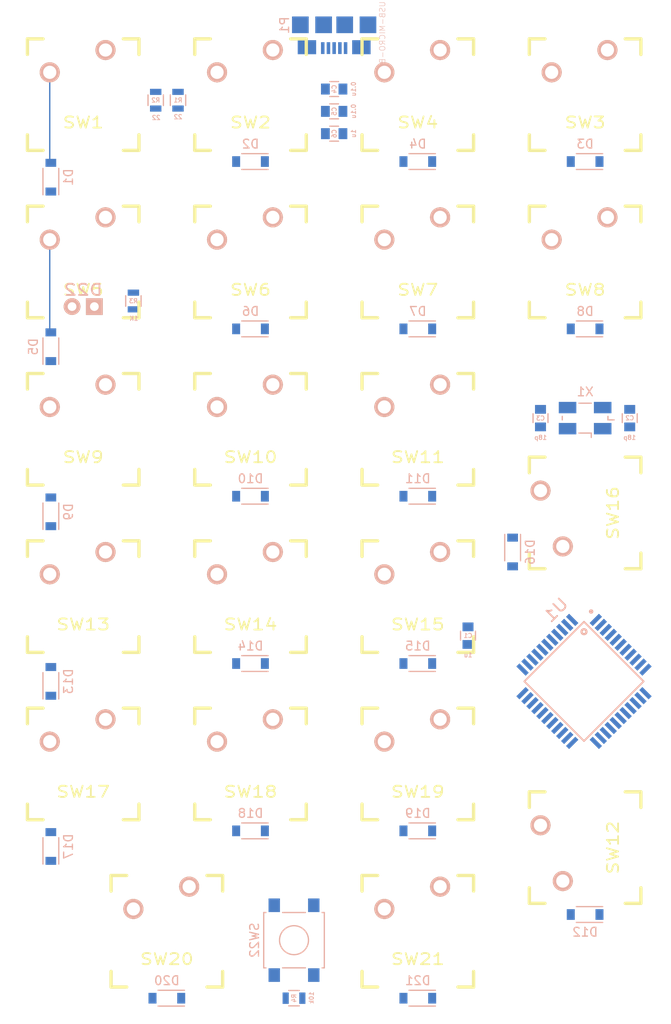
<source format=kicad_pcb>
(kicad_pcb (version 4) (host pcbnew 4.0.4-stable)

  (general
    (links 102)
    (no_connects 100)
    (area 65.303399 55.114199 142.967291 172.0374)
    (thickness 1.6)
    (drawings 0)
    (tracks 4)
    (zones 0)
    (modules 57)
    (nets 62)
  )

  (page A4)
  (layers
    (0 F.Cu signal)
    (31 B.Cu signal)
    (32 B.Adhes user)
    (33 F.Adhes user)
    (34 B.Paste user)
    (35 F.Paste user)
    (36 B.SilkS user)
    (37 F.SilkS user)
    (38 B.Mask user)
    (39 F.Mask user)
    (40 Dwgs.User user hide)
    (41 Cmts.User user)
    (42 Eco1.User user)
    (43 Eco2.User user)
    (44 Edge.Cuts user)
    (45 Margin user)
    (46 B.CrtYd user)
    (47 F.CrtYd user)
    (48 B.Fab user)
    (49 F.Fab user)
  )

  (setup
    (last_trace_width 0.1524)
    (trace_clearance 0.1524)
    (zone_clearance 0.508)
    (zone_45_only no)
    (trace_min 0.1524)
    (segment_width 0.2)
    (edge_width 0.1)
    (via_size 0.6858)
    (via_drill 0.3302)
    (via_min_size 0.6858)
    (via_min_drill 0.3302)
    (uvia_size 0.762)
    (uvia_drill 0.508)
    (uvias_allowed no)
    (uvia_min_size 0)
    (uvia_min_drill 0)
    (pcb_text_width 0.3)
    (pcb_text_size 1.5 1.5)
    (mod_edge_width 0.15)
    (mod_text_size 1 1)
    (mod_text_width 0.15)
    (pad_size 1.5 1.5)
    (pad_drill 0.6)
    (pad_to_mask_clearance 0)
    (aux_axis_origin 0 0)
    (grid_origin 9.525 10.16)
    (visible_elements 7FFFFFFF)
    (pcbplotparams
      (layerselection 0x00030_80000001)
      (usegerberextensions false)
      (excludeedgelayer true)
      (linewidth 0.100000)
      (plotframeref false)
      (viasonmask false)
      (mode 1)
      (useauxorigin false)
      (hpglpennumber 1)
      (hpglpenspeed 20)
      (hpglpendiameter 15)
      (hpglpenoverlay 2)
      (psnegative false)
      (psa4output false)
      (plotreference true)
      (plotvalue true)
      (plotinvisibletext false)
      (padsonsilk false)
      (subtractmaskfromsilk false)
      (outputformat 1)
      (mirror false)
      (drillshape 1)
      (scaleselection 1)
      (outputdirectory ""))
  )

  (net 0 "")
  (net 1 "Net-(C1-Pad1)")
  (net 2 GND)
  (net 3 /XTAL1)
  (net 4 /XTAL2)
  (net 5 +5V)
  (net 6 /COL0)
  (net 7 "Net-(D1-Pad2)")
  (net 8 /COL1)
  (net 9 "Net-(D2-Pad2)")
  (net 10 /COL2)
  (net 11 "Net-(D3-Pad2)")
  (net 12 /COL3)
  (net 13 "Net-(D4-Pad2)")
  (net 14 "Net-(D5-Pad2)")
  (net 15 "Net-(D6-Pad2)")
  (net 16 "Net-(D7-Pad2)")
  (net 17 "Net-(D8-Pad2)")
  (net 18 "Net-(D9-Pad2)")
  (net 19 "Net-(D10-Pad2)")
  (net 20 "Net-(D11-Pad2)")
  (net 21 "Net-(D12-Pad2)")
  (net 22 "Net-(D13-Pad2)")
  (net 23 "Net-(D14-Pad2)")
  (net 24 "Net-(D15-Pad2)")
  (net 25 "Net-(D16-Pad2)")
  (net 26 "Net-(D17-Pad2)")
  (net 27 "Net-(D18-Pad2)")
  (net 28 "Net-(D19-Pad2)")
  (net 29 "Net-(D20-Pad2)")
  (net 30 /COL4)
  (net 31 "Net-(D21-Pad2)")
  (net 32 "Net-(D22-Pad2)")
  (net 33 "Net-(P1-Pad2)")
  (net 34 "Net-(P1-Pad3)")
  (net 35 "Net-(P1-Pad4)")
  (net 36 "Net-(R1-Pad1)")
  (net 37 "Net-(R2-Pad1)")
  (net 38 /NUMLOCK_LED)
  (net 39 /ISP_RESET)
  (net 40 VCC)
  (net 41 /ROW0)
  (net 42 /ROW1)
  (net 43 /ROW2)
  (net 44 /ROW3)
  (net 45 /ROW4)
  (net 46 "Net-(U1-Pad1)")
  (net 47 "Net-(U1-Pad12)")
  (net 48 "Net-(U1-Pad22)")
  (net 49 "Net-(U1-Pad26)")
  (net 50 "Net-(U1-Pad27)")
  (net 51 "Net-(U1-Pad29)")
  (net 52 "Net-(U1-Pad30)")
  (net 53 "Net-(U1-Pad32)")
  (net 54 "Net-(U1-Pad33)")
  (net 55 "Net-(U1-Pad36)")
  (net 56 "Net-(U1-Pad37)")
  (net 57 "Net-(U1-Pad38)")
  (net 58 "Net-(U1-Pad39)")
  (net 59 "Net-(U1-Pad40)")
  (net 60 "Net-(U1-Pad41)")
  (net 61 "Net-(U1-Pad42)")

  (net_class Default "This is the default net class."
    (clearance 0.1524)
    (trace_width 0.1524)
    (via_dia 0.6858)
    (via_drill 0.3302)
    (uvia_dia 0.762)
    (uvia_drill 0.508)
    (add_net +5V)
    (add_net /COL0)
    (add_net /COL1)
    (add_net /COL2)
    (add_net /COL3)
    (add_net /COL4)
    (add_net /ISP_RESET)
    (add_net /NUMLOCK_LED)
    (add_net /ROW0)
    (add_net /ROW1)
    (add_net /ROW2)
    (add_net /ROW3)
    (add_net /ROW4)
    (add_net /XTAL1)
    (add_net /XTAL2)
    (add_net GND)
    (add_net "Net-(C1-Pad1)")
    (add_net "Net-(D1-Pad2)")
    (add_net "Net-(D10-Pad2)")
    (add_net "Net-(D11-Pad2)")
    (add_net "Net-(D12-Pad2)")
    (add_net "Net-(D13-Pad2)")
    (add_net "Net-(D14-Pad2)")
    (add_net "Net-(D15-Pad2)")
    (add_net "Net-(D16-Pad2)")
    (add_net "Net-(D17-Pad2)")
    (add_net "Net-(D18-Pad2)")
    (add_net "Net-(D19-Pad2)")
    (add_net "Net-(D2-Pad2)")
    (add_net "Net-(D20-Pad2)")
    (add_net "Net-(D21-Pad2)")
    (add_net "Net-(D22-Pad2)")
    (add_net "Net-(D3-Pad2)")
    (add_net "Net-(D4-Pad2)")
    (add_net "Net-(D5-Pad2)")
    (add_net "Net-(D6-Pad2)")
    (add_net "Net-(D7-Pad2)")
    (add_net "Net-(D8-Pad2)")
    (add_net "Net-(D9-Pad2)")
    (add_net "Net-(P1-Pad2)")
    (add_net "Net-(P1-Pad3)")
    (add_net "Net-(P1-Pad4)")
    (add_net "Net-(R1-Pad1)")
    (add_net "Net-(R2-Pad1)")
    (add_net "Net-(U1-Pad1)")
    (add_net "Net-(U1-Pad12)")
    (add_net "Net-(U1-Pad22)")
    (add_net "Net-(U1-Pad26)")
    (add_net "Net-(U1-Pad27)")
    (add_net "Net-(U1-Pad29)")
    (add_net "Net-(U1-Pad30)")
    (add_net "Net-(U1-Pad32)")
    (add_net "Net-(U1-Pad33)")
    (add_net "Net-(U1-Pad36)")
    (add_net "Net-(U1-Pad37)")
    (add_net "Net-(U1-Pad38)")
    (add_net "Net-(U1-Pad39)")
    (add_net "Net-(U1-Pad40)")
    (add_net "Net-(U1-Pad41)")
    (add_net "Net-(U1-Pad42)")
    (add_net VCC)
  )

  (module Keyboard:C_0805 (layer B.Cu) (tedit 583F9BD9) (tstamp 583F89DB)
    (at 118.745 127.635 270)
    (descr "Capacitor SMD 0805, reflow soldering, AVX (see smccp.pdf)")
    (tags "capacitor 0805")
    (path /57D60398)
    (attr smd)
    (fp_text reference C1 (at 0 0 360) (layer B.SilkS)
      (effects (font (size 0.5 0.5) (thickness 0.1)) (justify mirror))
    )
    (fp_text value 1u (at 2.21 -0.01 540) (layer B.SilkS)
      (effects (font (size 0.5 0.5) (thickness 0.1)) (justify mirror))
    )
    (fp_line (start -1.8 1) (end 1.8 1) (layer B.CrtYd) (width 0.05))
    (fp_line (start -1.8 -1) (end 1.8 -1) (layer B.CrtYd) (width 0.05))
    (fp_line (start -1.8 1) (end -1.8 -1) (layer B.CrtYd) (width 0.05))
    (fp_line (start 1.8 1) (end 1.8 -1) (layer B.CrtYd) (width 0.05))
    (fp_line (start 0.5 0.85) (end -0.5 0.85) (layer B.SilkS) (width 0.15))
    (fp_line (start -0.5 -0.85) (end 0.5 -0.85) (layer B.SilkS) (width 0.15))
    (pad 1 smd rect (at -1 0 270) (size 1 1.25) (layers B.Cu B.Paste B.Mask)
      (net 1 "Net-(C1-Pad1)"))
    (pad 2 smd rect (at 1 0 270) (size 1 1.25) (layers B.Cu B.Paste B.Mask)
      (net 2 GND))
    (model Capacitors_SMD/C_0805.wrl
      (at (xyz 0 0 0))
      (scale (xyz 1 1 1))
      (rotate (xyz 0 0 0))
    )
  )

  (module Keyboard:C_0805 (layer B.Cu) (tedit 583F9A04) (tstamp 583F89E1)
    (at 137.16 102.87 90)
    (descr "Capacitor SMD 0805, reflow soldering, AVX (see smccp.pdf)")
    (tags "capacitor 0805")
    (path /57D6B0D6)
    (attr smd)
    (fp_text reference C2 (at 0.01 0 180) (layer B.SilkS)
      (effects (font (size 0.5 0.5) (thickness 0.1)) (justify mirror))
    )
    (fp_text value 18p (at -2.21 -0.01 180) (layer B.SilkS)
      (effects (font (size 0.5 0.5) (thickness 0.1)) (justify mirror))
    )
    (fp_line (start -1.8 1) (end 1.8 1) (layer B.CrtYd) (width 0.05))
    (fp_line (start -1.8 -1) (end 1.8 -1) (layer B.CrtYd) (width 0.05))
    (fp_line (start -1.8 1) (end -1.8 -1) (layer B.CrtYd) (width 0.05))
    (fp_line (start 1.8 1) (end 1.8 -1) (layer B.CrtYd) (width 0.05))
    (fp_line (start 0.5 0.85) (end -0.5 0.85) (layer B.SilkS) (width 0.15))
    (fp_line (start -0.5 -0.85) (end 0.5 -0.85) (layer B.SilkS) (width 0.15))
    (pad 1 smd rect (at -1 0 90) (size 1 1.25) (layers B.Cu B.Paste B.Mask)
      (net 3 /XTAL1))
    (pad 2 smd rect (at 1 0 90) (size 1 1.25) (layers B.Cu B.Paste B.Mask)
      (net 2 GND))
    (model Capacitors_SMD/C_0805.wrl
      (at (xyz 0 0 0))
      (scale (xyz 1 1 1))
      (rotate (xyz 0 0 0))
    )
  )

  (module Keyboard:C_0805 (layer B.Cu) (tedit 583F99DC) (tstamp 583F89E7)
    (at 127 102.87 270)
    (descr "Capacitor SMD 0805, reflow soldering, AVX (see smccp.pdf)")
    (tags "capacitor 0805")
    (path /57D6B38B)
    (attr smd)
    (fp_text reference C3 (at 0.01 0 360) (layer B.SilkS)
      (effects (font (size 0.5 0.5) (thickness 0.1)) (justify mirror))
    )
    (fp_text value 18p (at 2.21 -0.01 360) (layer B.SilkS)
      (effects (font (size 0.5 0.5) (thickness 0.1)) (justify mirror))
    )
    (fp_line (start -1.8 1) (end 1.8 1) (layer B.CrtYd) (width 0.05))
    (fp_line (start -1.8 -1) (end 1.8 -1) (layer B.CrtYd) (width 0.05))
    (fp_line (start -1.8 1) (end -1.8 -1) (layer B.CrtYd) (width 0.05))
    (fp_line (start 1.8 1) (end 1.8 -1) (layer B.CrtYd) (width 0.05))
    (fp_line (start 0.5 0.85) (end -0.5 0.85) (layer B.SilkS) (width 0.15))
    (fp_line (start -0.5 -0.85) (end 0.5 -0.85) (layer B.SilkS) (width 0.15))
    (pad 1 smd rect (at -1 0 270) (size 1 1.25) (layers B.Cu B.Paste B.Mask)
      (net 4 /XTAL2))
    (pad 2 smd rect (at 1 0 270) (size 1 1.25) (layers B.Cu B.Paste B.Mask)
      (net 2 GND))
    (model Capacitors_SMD/C_0805.wrl
      (at (xyz 0 0 0))
      (scale (xyz 1 1 1))
      (rotate (xyz 0 0 0))
    )
  )

  (module Keyboard:C_0805 (layer B.Cu) (tedit 54F7D0BD) (tstamp 583F89ED)
    (at 103.505 65.405)
    (descr "Capacitor SMD 0805, reflow soldering, AVX (see smccp.pdf)")
    (tags "capacitor 0805")
    (path /57D74C20)
    (attr smd)
    (fp_text reference C4 (at 0.01 0 270) (layer B.SilkS)
      (effects (font (size 0.5 0.5) (thickness 0.1)) (justify mirror))
    )
    (fp_text value 0.1u (at 2.21 -0.01 270) (layer B.SilkS)
      (effects (font (size 0.5 0.5) (thickness 0.1)) (justify mirror))
    )
    (fp_line (start -1.8 1) (end 1.8 1) (layer B.CrtYd) (width 0.05))
    (fp_line (start -1.8 -1) (end 1.8 -1) (layer B.CrtYd) (width 0.05))
    (fp_line (start -1.8 1) (end -1.8 -1) (layer B.CrtYd) (width 0.05))
    (fp_line (start 1.8 1) (end 1.8 -1) (layer B.CrtYd) (width 0.05))
    (fp_line (start 0.5 0.85) (end -0.5 0.85) (layer B.SilkS) (width 0.15))
    (fp_line (start -0.5 -0.85) (end 0.5 -0.85) (layer B.SilkS) (width 0.15))
    (pad 1 smd rect (at -1 0) (size 1 1.25) (layers B.Cu B.Paste B.Mask)
      (net 5 +5V))
    (pad 2 smd rect (at 1 0) (size 1 1.25) (layers B.Cu B.Paste B.Mask)
      (net 2 GND))
    (model Capacitors_SMD/C_0805.wrl
      (at (xyz 0 0 0))
      (scale (xyz 1 1 1))
      (rotate (xyz 0 0 0))
    )
  )

  (module Keyboard:C_0805 (layer B.Cu) (tedit 54F7D0BD) (tstamp 583F89F3)
    (at 103.505 67.945)
    (descr "Capacitor SMD 0805, reflow soldering, AVX (see smccp.pdf)")
    (tags "capacitor 0805")
    (path /57D74D2B)
    (attr smd)
    (fp_text reference C5 (at 0.01 0 270) (layer B.SilkS)
      (effects (font (size 0.5 0.5) (thickness 0.1)) (justify mirror))
    )
    (fp_text value 0.1u (at 2.21 -0.01 270) (layer B.SilkS)
      (effects (font (size 0.5 0.5) (thickness 0.1)) (justify mirror))
    )
    (fp_line (start -1.8 1) (end 1.8 1) (layer B.CrtYd) (width 0.05))
    (fp_line (start -1.8 -1) (end 1.8 -1) (layer B.CrtYd) (width 0.05))
    (fp_line (start -1.8 1) (end -1.8 -1) (layer B.CrtYd) (width 0.05))
    (fp_line (start 1.8 1) (end 1.8 -1) (layer B.CrtYd) (width 0.05))
    (fp_line (start 0.5 0.85) (end -0.5 0.85) (layer B.SilkS) (width 0.15))
    (fp_line (start -0.5 -0.85) (end 0.5 -0.85) (layer B.SilkS) (width 0.15))
    (pad 1 smd rect (at -1 0) (size 1 1.25) (layers B.Cu B.Paste B.Mask)
      (net 5 +5V))
    (pad 2 smd rect (at 1 0) (size 1 1.25) (layers B.Cu B.Paste B.Mask)
      (net 2 GND))
    (model Capacitors_SMD/C_0805.wrl
      (at (xyz 0 0 0))
      (scale (xyz 1 1 1))
      (rotate (xyz 0 0 0))
    )
  )

  (module Keyboard:C_0805 (layer B.Cu) (tedit 583F9B61) (tstamp 583F89F9)
    (at 103.505 70.485)
    (descr "Capacitor SMD 0805, reflow soldering, AVX (see smccp.pdf)")
    (tags "capacitor 0805")
    (path /57D74D89)
    (attr smd)
    (fp_text reference C6 (at 0.01 0 90) (layer B.SilkS)
      (effects (font (size 0.5 0.5) (thickness 0.1)) (justify mirror))
    )
    (fp_text value 1u (at 2.21 -0.01 270) (layer B.SilkS)
      (effects (font (size 0.5 0.5) (thickness 0.1)) (justify mirror))
    )
    (fp_line (start -1.8 1) (end 1.8 1) (layer B.CrtYd) (width 0.05))
    (fp_line (start -1.8 -1) (end 1.8 -1) (layer B.CrtYd) (width 0.05))
    (fp_line (start -1.8 1) (end -1.8 -1) (layer B.CrtYd) (width 0.05))
    (fp_line (start 1.8 1) (end 1.8 -1) (layer B.CrtYd) (width 0.05))
    (fp_line (start 0.5 0.85) (end -0.5 0.85) (layer B.SilkS) (width 0.15))
    (fp_line (start -0.5 -0.85) (end 0.5 -0.85) (layer B.SilkS) (width 0.15))
    (pad 1 smd rect (at -1 0) (size 1 1.25) (layers B.Cu B.Paste B.Mask)
      (net 5 +5V))
    (pad 2 smd rect (at 1 0) (size 1 1.25) (layers B.Cu B.Paste B.Mask)
      (net 2 GND))
    (model Capacitors_SMD/C_0805.wrl
      (at (xyz 0 0 0))
      (scale (xyz 1 1 1))
      (rotate (xyz 0 0 0))
    )
  )

  (module Diodes_SMD:SOD-123 (layer B.Cu) (tedit 583F988C) (tstamp 583F89FF)
    (at 71.247 75.438 90)
    (descr SOD-123)
    (tags SOD-123)
    (path /57D61AEB)
    (attr smd)
    (fp_text reference D1 (at 0 2 90) (layer B.SilkS)
      (effects (font (size 1 1) (thickness 0.15)) (justify mirror))
    )
    (fp_text value D (at 0 -2.1 90) (layer B.Fab)
      (effects (font (size 1 1) (thickness 0.15)) (justify mirror))
    )
    (fp_line (start 0.25 0) (end 0.75 0) (layer B.Fab) (width 0.15))
    (fp_line (start 0.25 -0.4) (end -0.35 0) (layer B.Fab) (width 0.15))
    (fp_line (start 0.25 0.4) (end 0.25 -0.4) (layer B.Fab) (width 0.15))
    (fp_line (start -0.35 0) (end 0.25 0.4) (layer B.Fab) (width 0.15))
    (fp_line (start -0.35 0) (end -0.35 -0.55) (layer B.Fab) (width 0.15))
    (fp_line (start -0.35 0) (end -0.35 0.55) (layer B.Fab) (width 0.15))
    (fp_line (start -0.75 0) (end -0.35 0) (layer B.Fab) (width 0.15))
    (fp_line (start -1.35 -0.8) (end -1.35 0.8) (layer B.Fab) (width 0.15))
    (fp_line (start 1.35 -0.8) (end -1.35 -0.8) (layer B.Fab) (width 0.15))
    (fp_line (start 1.35 0.8) (end 1.35 -0.8) (layer B.Fab) (width 0.15))
    (fp_line (start -1.35 0.8) (end 1.35 0.8) (layer B.Fab) (width 0.15))
    (fp_line (start -2.25 1.05) (end 2.25 1.05) (layer B.CrtYd) (width 0.05))
    (fp_line (start 2.25 1.05) (end 2.25 -1.05) (layer B.CrtYd) (width 0.05))
    (fp_line (start 2.25 -1.05) (end -2.25 -1.05) (layer B.CrtYd) (width 0.05))
    (fp_line (start -2.25 1.05) (end -2.25 -1.05) (layer B.CrtYd) (width 0.05))
    (fp_line (start -2 -0.9) (end 1 -0.9) (layer B.SilkS) (width 0.15))
    (fp_line (start -2 0.9) (end 1 0.9) (layer B.SilkS) (width 0.15))
    (pad 1 smd rect (at -1.635 0 90) (size 0.91 1.22) (layers B.Cu B.Paste B.Mask)
      (net 6 /COL0))
    (pad 2 smd rect (at 1.635 0 90) (size 0.91 1.22) (layers B.Cu B.Paste B.Mask)
      (net 7 "Net-(D1-Pad2)"))
    (model ${KISYS3DMOD}/Diodes_SMD.3dshapes/SOD-123.wrl
      (at (xyz 0 0 0))
      (scale (xyz 1 1 1))
      (rotate (xyz 0 0 0))
    )
  )

  (module Diodes_SMD:SOD-123 (layer B.Cu) (tedit 5753A53E) (tstamp 583F8A05)
    (at 93.98 73.66 180)
    (descr SOD-123)
    (tags SOD-123)
    (path /57D61B7D)
    (attr smd)
    (fp_text reference D2 (at 0 2 180) (layer B.SilkS)
      (effects (font (size 1 1) (thickness 0.15)) (justify mirror))
    )
    (fp_text value D (at 0 -2.1 180) (layer B.Fab)
      (effects (font (size 1 1) (thickness 0.15)) (justify mirror))
    )
    (fp_line (start 0.25 0) (end 0.75 0) (layer B.Fab) (width 0.15))
    (fp_line (start 0.25 -0.4) (end -0.35 0) (layer B.Fab) (width 0.15))
    (fp_line (start 0.25 0.4) (end 0.25 -0.4) (layer B.Fab) (width 0.15))
    (fp_line (start -0.35 0) (end 0.25 0.4) (layer B.Fab) (width 0.15))
    (fp_line (start -0.35 0) (end -0.35 -0.55) (layer B.Fab) (width 0.15))
    (fp_line (start -0.35 0) (end -0.35 0.55) (layer B.Fab) (width 0.15))
    (fp_line (start -0.75 0) (end -0.35 0) (layer B.Fab) (width 0.15))
    (fp_line (start -1.35 -0.8) (end -1.35 0.8) (layer B.Fab) (width 0.15))
    (fp_line (start 1.35 -0.8) (end -1.35 -0.8) (layer B.Fab) (width 0.15))
    (fp_line (start 1.35 0.8) (end 1.35 -0.8) (layer B.Fab) (width 0.15))
    (fp_line (start -1.35 0.8) (end 1.35 0.8) (layer B.Fab) (width 0.15))
    (fp_line (start -2.25 1.05) (end 2.25 1.05) (layer B.CrtYd) (width 0.05))
    (fp_line (start 2.25 1.05) (end 2.25 -1.05) (layer B.CrtYd) (width 0.05))
    (fp_line (start 2.25 -1.05) (end -2.25 -1.05) (layer B.CrtYd) (width 0.05))
    (fp_line (start -2.25 1.05) (end -2.25 -1.05) (layer B.CrtYd) (width 0.05))
    (fp_line (start -2 -0.9) (end 1 -0.9) (layer B.SilkS) (width 0.15))
    (fp_line (start -2 0.9) (end 1 0.9) (layer B.SilkS) (width 0.15))
    (pad 1 smd rect (at -1.635 0 180) (size 0.91 1.22) (layers B.Cu B.Paste B.Mask)
      (net 8 /COL1))
    (pad 2 smd rect (at 1.635 0 180) (size 0.91 1.22) (layers B.Cu B.Paste B.Mask)
      (net 9 "Net-(D2-Pad2)"))
    (model ${KISYS3DMOD}/Diodes_SMD.3dshapes/SOD-123.wrl
      (at (xyz 0 0 0))
      (scale (xyz 1 1 1))
      (rotate (xyz 0 0 0))
    )
  )

  (module Diodes_SMD:SOD-123 (layer B.Cu) (tedit 5753A53E) (tstamp 583F8A0B)
    (at 132.08 73.66 180)
    (descr SOD-123)
    (tags SOD-123)
    (path /57D61BB8)
    (attr smd)
    (fp_text reference D3 (at 0 2 180) (layer B.SilkS)
      (effects (font (size 1 1) (thickness 0.15)) (justify mirror))
    )
    (fp_text value D (at 0 -2.1 180) (layer B.Fab)
      (effects (font (size 1 1) (thickness 0.15)) (justify mirror))
    )
    (fp_line (start 0.25 0) (end 0.75 0) (layer B.Fab) (width 0.15))
    (fp_line (start 0.25 -0.4) (end -0.35 0) (layer B.Fab) (width 0.15))
    (fp_line (start 0.25 0.4) (end 0.25 -0.4) (layer B.Fab) (width 0.15))
    (fp_line (start -0.35 0) (end 0.25 0.4) (layer B.Fab) (width 0.15))
    (fp_line (start -0.35 0) (end -0.35 -0.55) (layer B.Fab) (width 0.15))
    (fp_line (start -0.35 0) (end -0.35 0.55) (layer B.Fab) (width 0.15))
    (fp_line (start -0.75 0) (end -0.35 0) (layer B.Fab) (width 0.15))
    (fp_line (start -1.35 -0.8) (end -1.35 0.8) (layer B.Fab) (width 0.15))
    (fp_line (start 1.35 -0.8) (end -1.35 -0.8) (layer B.Fab) (width 0.15))
    (fp_line (start 1.35 0.8) (end 1.35 -0.8) (layer B.Fab) (width 0.15))
    (fp_line (start -1.35 0.8) (end 1.35 0.8) (layer B.Fab) (width 0.15))
    (fp_line (start -2.25 1.05) (end 2.25 1.05) (layer B.CrtYd) (width 0.05))
    (fp_line (start 2.25 1.05) (end 2.25 -1.05) (layer B.CrtYd) (width 0.05))
    (fp_line (start 2.25 -1.05) (end -2.25 -1.05) (layer B.CrtYd) (width 0.05))
    (fp_line (start -2.25 1.05) (end -2.25 -1.05) (layer B.CrtYd) (width 0.05))
    (fp_line (start -2 -0.9) (end 1 -0.9) (layer B.SilkS) (width 0.15))
    (fp_line (start -2 0.9) (end 1 0.9) (layer B.SilkS) (width 0.15))
    (pad 1 smd rect (at -1.635 0 180) (size 0.91 1.22) (layers B.Cu B.Paste B.Mask)
      (net 10 /COL2))
    (pad 2 smd rect (at 1.635 0 180) (size 0.91 1.22) (layers B.Cu B.Paste B.Mask)
      (net 11 "Net-(D3-Pad2)"))
    (model ${KISYS3DMOD}/Diodes_SMD.3dshapes/SOD-123.wrl
      (at (xyz 0 0 0))
      (scale (xyz 1 1 1))
      (rotate (xyz 0 0 0))
    )
  )

  (module Diodes_SMD:SOD-123 (layer B.Cu) (tedit 5753A53E) (tstamp 583F8A11)
    (at 113.03 73.66 180)
    (descr SOD-123)
    (tags SOD-123)
    (path /57D61C02)
    (attr smd)
    (fp_text reference D4 (at 0 2 180) (layer B.SilkS)
      (effects (font (size 1 1) (thickness 0.15)) (justify mirror))
    )
    (fp_text value D (at 0 -2.1 180) (layer B.Fab)
      (effects (font (size 1 1) (thickness 0.15)) (justify mirror))
    )
    (fp_line (start 0.25 0) (end 0.75 0) (layer B.Fab) (width 0.15))
    (fp_line (start 0.25 -0.4) (end -0.35 0) (layer B.Fab) (width 0.15))
    (fp_line (start 0.25 0.4) (end 0.25 -0.4) (layer B.Fab) (width 0.15))
    (fp_line (start -0.35 0) (end 0.25 0.4) (layer B.Fab) (width 0.15))
    (fp_line (start -0.35 0) (end -0.35 -0.55) (layer B.Fab) (width 0.15))
    (fp_line (start -0.35 0) (end -0.35 0.55) (layer B.Fab) (width 0.15))
    (fp_line (start -0.75 0) (end -0.35 0) (layer B.Fab) (width 0.15))
    (fp_line (start -1.35 -0.8) (end -1.35 0.8) (layer B.Fab) (width 0.15))
    (fp_line (start 1.35 -0.8) (end -1.35 -0.8) (layer B.Fab) (width 0.15))
    (fp_line (start 1.35 0.8) (end 1.35 -0.8) (layer B.Fab) (width 0.15))
    (fp_line (start -1.35 0.8) (end 1.35 0.8) (layer B.Fab) (width 0.15))
    (fp_line (start -2.25 1.05) (end 2.25 1.05) (layer B.CrtYd) (width 0.05))
    (fp_line (start 2.25 1.05) (end 2.25 -1.05) (layer B.CrtYd) (width 0.05))
    (fp_line (start 2.25 -1.05) (end -2.25 -1.05) (layer B.CrtYd) (width 0.05))
    (fp_line (start -2.25 1.05) (end -2.25 -1.05) (layer B.CrtYd) (width 0.05))
    (fp_line (start -2 -0.9) (end 1 -0.9) (layer B.SilkS) (width 0.15))
    (fp_line (start -2 0.9) (end 1 0.9) (layer B.SilkS) (width 0.15))
    (pad 1 smd rect (at -1.635 0 180) (size 0.91 1.22) (layers B.Cu B.Paste B.Mask)
      (net 12 /COL3))
    (pad 2 smd rect (at 1.635 0 180) (size 0.91 1.22) (layers B.Cu B.Paste B.Mask)
      (net 13 "Net-(D4-Pad2)"))
    (model ${KISYS3DMOD}/Diodes_SMD.3dshapes/SOD-123.wrl
      (at (xyz 0 0 0))
      (scale (xyz 1 1 1))
      (rotate (xyz 0 0 0))
    )
  )

  (module Diodes_SMD:SOD-123 (layer B.Cu) (tedit 583F986B) (tstamp 583F8A17)
    (at 71.247 94.742 90)
    (descr SOD-123)
    (tags SOD-123)
    (path /57D62376)
    (attr smd)
    (fp_text reference D5 (at 0 -2 90) (layer B.SilkS)
      (effects (font (size 1 1) (thickness 0.15)) (justify mirror))
    )
    (fp_text value D (at 0 -2.1 90) (layer B.Fab)
      (effects (font (size 1 1) (thickness 0.15)) (justify mirror))
    )
    (fp_line (start 0.25 0) (end 0.75 0) (layer B.Fab) (width 0.15))
    (fp_line (start 0.25 -0.4) (end -0.35 0) (layer B.Fab) (width 0.15))
    (fp_line (start 0.25 0.4) (end 0.25 -0.4) (layer B.Fab) (width 0.15))
    (fp_line (start -0.35 0) (end 0.25 0.4) (layer B.Fab) (width 0.15))
    (fp_line (start -0.35 0) (end -0.35 -0.55) (layer B.Fab) (width 0.15))
    (fp_line (start -0.35 0) (end -0.35 0.55) (layer B.Fab) (width 0.15))
    (fp_line (start -0.75 0) (end -0.35 0) (layer B.Fab) (width 0.15))
    (fp_line (start -1.35 -0.8) (end -1.35 0.8) (layer B.Fab) (width 0.15))
    (fp_line (start 1.35 -0.8) (end -1.35 -0.8) (layer B.Fab) (width 0.15))
    (fp_line (start 1.35 0.8) (end 1.35 -0.8) (layer B.Fab) (width 0.15))
    (fp_line (start -1.35 0.8) (end 1.35 0.8) (layer B.Fab) (width 0.15))
    (fp_line (start -2.25 1.05) (end 2.25 1.05) (layer B.CrtYd) (width 0.05))
    (fp_line (start 2.25 1.05) (end 2.25 -1.05) (layer B.CrtYd) (width 0.05))
    (fp_line (start 2.25 -1.05) (end -2.25 -1.05) (layer B.CrtYd) (width 0.05))
    (fp_line (start -2.25 1.05) (end -2.25 -1.05) (layer B.CrtYd) (width 0.05))
    (fp_line (start -2 -0.9) (end 1 -0.9) (layer B.SilkS) (width 0.15))
    (fp_line (start -2 0.9) (end 1 0.9) (layer B.SilkS) (width 0.15))
    (pad 1 smd rect (at -1.635 0 90) (size 0.91 1.22) (layers B.Cu B.Paste B.Mask)
      (net 6 /COL0))
    (pad 2 smd rect (at 1.635 0 90) (size 0.91 1.22) (layers B.Cu B.Paste B.Mask)
      (net 14 "Net-(D5-Pad2)"))
    (model ${KISYS3DMOD}/Diodes_SMD.3dshapes/SOD-123.wrl
      (at (xyz 0 0 0))
      (scale (xyz 1 1 1))
      (rotate (xyz 0 0 0))
    )
  )

  (module Diodes_SMD:SOD-123 (layer B.Cu) (tedit 5753A53E) (tstamp 583F8A1D)
    (at 93.98 92.71 180)
    (descr SOD-123)
    (tags SOD-123)
    (path /57D6237C)
    (attr smd)
    (fp_text reference D6 (at 0 2 180) (layer B.SilkS)
      (effects (font (size 1 1) (thickness 0.15)) (justify mirror))
    )
    (fp_text value D (at 0 -2.1 180) (layer B.Fab)
      (effects (font (size 1 1) (thickness 0.15)) (justify mirror))
    )
    (fp_line (start 0.25 0) (end 0.75 0) (layer B.Fab) (width 0.15))
    (fp_line (start 0.25 -0.4) (end -0.35 0) (layer B.Fab) (width 0.15))
    (fp_line (start 0.25 0.4) (end 0.25 -0.4) (layer B.Fab) (width 0.15))
    (fp_line (start -0.35 0) (end 0.25 0.4) (layer B.Fab) (width 0.15))
    (fp_line (start -0.35 0) (end -0.35 -0.55) (layer B.Fab) (width 0.15))
    (fp_line (start -0.35 0) (end -0.35 0.55) (layer B.Fab) (width 0.15))
    (fp_line (start -0.75 0) (end -0.35 0) (layer B.Fab) (width 0.15))
    (fp_line (start -1.35 -0.8) (end -1.35 0.8) (layer B.Fab) (width 0.15))
    (fp_line (start 1.35 -0.8) (end -1.35 -0.8) (layer B.Fab) (width 0.15))
    (fp_line (start 1.35 0.8) (end 1.35 -0.8) (layer B.Fab) (width 0.15))
    (fp_line (start -1.35 0.8) (end 1.35 0.8) (layer B.Fab) (width 0.15))
    (fp_line (start -2.25 1.05) (end 2.25 1.05) (layer B.CrtYd) (width 0.05))
    (fp_line (start 2.25 1.05) (end 2.25 -1.05) (layer B.CrtYd) (width 0.05))
    (fp_line (start 2.25 -1.05) (end -2.25 -1.05) (layer B.CrtYd) (width 0.05))
    (fp_line (start -2.25 1.05) (end -2.25 -1.05) (layer B.CrtYd) (width 0.05))
    (fp_line (start -2 -0.9) (end 1 -0.9) (layer B.SilkS) (width 0.15))
    (fp_line (start -2 0.9) (end 1 0.9) (layer B.SilkS) (width 0.15))
    (pad 1 smd rect (at -1.635 0 180) (size 0.91 1.22) (layers B.Cu B.Paste B.Mask)
      (net 8 /COL1))
    (pad 2 smd rect (at 1.635 0 180) (size 0.91 1.22) (layers B.Cu B.Paste B.Mask)
      (net 15 "Net-(D6-Pad2)"))
    (model ${KISYS3DMOD}/Diodes_SMD.3dshapes/SOD-123.wrl
      (at (xyz 0 0 0))
      (scale (xyz 1 1 1))
      (rotate (xyz 0 0 0))
    )
  )

  (module Diodes_SMD:SOD-123 (layer B.Cu) (tedit 5753A53E) (tstamp 583F8A23)
    (at 113.03 92.71 180)
    (descr SOD-123)
    (tags SOD-123)
    (path /57D62382)
    (attr smd)
    (fp_text reference D7 (at 0 2 180) (layer B.SilkS)
      (effects (font (size 1 1) (thickness 0.15)) (justify mirror))
    )
    (fp_text value D (at 0 -2.1 180) (layer B.Fab)
      (effects (font (size 1 1) (thickness 0.15)) (justify mirror))
    )
    (fp_line (start 0.25 0) (end 0.75 0) (layer B.Fab) (width 0.15))
    (fp_line (start 0.25 -0.4) (end -0.35 0) (layer B.Fab) (width 0.15))
    (fp_line (start 0.25 0.4) (end 0.25 -0.4) (layer B.Fab) (width 0.15))
    (fp_line (start -0.35 0) (end 0.25 0.4) (layer B.Fab) (width 0.15))
    (fp_line (start -0.35 0) (end -0.35 -0.55) (layer B.Fab) (width 0.15))
    (fp_line (start -0.35 0) (end -0.35 0.55) (layer B.Fab) (width 0.15))
    (fp_line (start -0.75 0) (end -0.35 0) (layer B.Fab) (width 0.15))
    (fp_line (start -1.35 -0.8) (end -1.35 0.8) (layer B.Fab) (width 0.15))
    (fp_line (start 1.35 -0.8) (end -1.35 -0.8) (layer B.Fab) (width 0.15))
    (fp_line (start 1.35 0.8) (end 1.35 -0.8) (layer B.Fab) (width 0.15))
    (fp_line (start -1.35 0.8) (end 1.35 0.8) (layer B.Fab) (width 0.15))
    (fp_line (start -2.25 1.05) (end 2.25 1.05) (layer B.CrtYd) (width 0.05))
    (fp_line (start 2.25 1.05) (end 2.25 -1.05) (layer B.CrtYd) (width 0.05))
    (fp_line (start 2.25 -1.05) (end -2.25 -1.05) (layer B.CrtYd) (width 0.05))
    (fp_line (start -2.25 1.05) (end -2.25 -1.05) (layer B.CrtYd) (width 0.05))
    (fp_line (start -2 -0.9) (end 1 -0.9) (layer B.SilkS) (width 0.15))
    (fp_line (start -2 0.9) (end 1 0.9) (layer B.SilkS) (width 0.15))
    (pad 1 smd rect (at -1.635 0 180) (size 0.91 1.22) (layers B.Cu B.Paste B.Mask)
      (net 10 /COL2))
    (pad 2 smd rect (at 1.635 0 180) (size 0.91 1.22) (layers B.Cu B.Paste B.Mask)
      (net 16 "Net-(D7-Pad2)"))
    (model ${KISYS3DMOD}/Diodes_SMD.3dshapes/SOD-123.wrl
      (at (xyz 0 0 0))
      (scale (xyz 1 1 1))
      (rotate (xyz 0 0 0))
    )
  )

  (module Diodes_SMD:SOD-123 (layer B.Cu) (tedit 5753A53E) (tstamp 583F8A29)
    (at 132.08 92.71 180)
    (descr SOD-123)
    (tags SOD-123)
    (path /57D62388)
    (attr smd)
    (fp_text reference D8 (at 0 2 180) (layer B.SilkS)
      (effects (font (size 1 1) (thickness 0.15)) (justify mirror))
    )
    (fp_text value D (at 0 -2.1 180) (layer B.Fab)
      (effects (font (size 1 1) (thickness 0.15)) (justify mirror))
    )
    (fp_line (start 0.25 0) (end 0.75 0) (layer B.Fab) (width 0.15))
    (fp_line (start 0.25 -0.4) (end -0.35 0) (layer B.Fab) (width 0.15))
    (fp_line (start 0.25 0.4) (end 0.25 -0.4) (layer B.Fab) (width 0.15))
    (fp_line (start -0.35 0) (end 0.25 0.4) (layer B.Fab) (width 0.15))
    (fp_line (start -0.35 0) (end -0.35 -0.55) (layer B.Fab) (width 0.15))
    (fp_line (start -0.35 0) (end -0.35 0.55) (layer B.Fab) (width 0.15))
    (fp_line (start -0.75 0) (end -0.35 0) (layer B.Fab) (width 0.15))
    (fp_line (start -1.35 -0.8) (end -1.35 0.8) (layer B.Fab) (width 0.15))
    (fp_line (start 1.35 -0.8) (end -1.35 -0.8) (layer B.Fab) (width 0.15))
    (fp_line (start 1.35 0.8) (end 1.35 -0.8) (layer B.Fab) (width 0.15))
    (fp_line (start -1.35 0.8) (end 1.35 0.8) (layer B.Fab) (width 0.15))
    (fp_line (start -2.25 1.05) (end 2.25 1.05) (layer B.CrtYd) (width 0.05))
    (fp_line (start 2.25 1.05) (end 2.25 -1.05) (layer B.CrtYd) (width 0.05))
    (fp_line (start 2.25 -1.05) (end -2.25 -1.05) (layer B.CrtYd) (width 0.05))
    (fp_line (start -2.25 1.05) (end -2.25 -1.05) (layer B.CrtYd) (width 0.05))
    (fp_line (start -2 -0.9) (end 1 -0.9) (layer B.SilkS) (width 0.15))
    (fp_line (start -2 0.9) (end 1 0.9) (layer B.SilkS) (width 0.15))
    (pad 1 smd rect (at -1.635 0 180) (size 0.91 1.22) (layers B.Cu B.Paste B.Mask)
      (net 12 /COL3))
    (pad 2 smd rect (at 1.635 0 180) (size 0.91 1.22) (layers B.Cu B.Paste B.Mask)
      (net 17 "Net-(D8-Pad2)"))
    (model ${KISYS3DMOD}/Diodes_SMD.3dshapes/SOD-123.wrl
      (at (xyz 0 0 0))
      (scale (xyz 1 1 1))
      (rotate (xyz 0 0 0))
    )
  )

  (module Diodes_SMD:SOD-123 (layer B.Cu) (tedit 5753A53E) (tstamp 583F8A2F)
    (at 71.247 113.538 90)
    (descr SOD-123)
    (tags SOD-123)
    (path /57D62D57)
    (attr smd)
    (fp_text reference D9 (at 0 2 90) (layer B.SilkS)
      (effects (font (size 1 1) (thickness 0.15)) (justify mirror))
    )
    (fp_text value D (at 0 -2.1 90) (layer B.Fab)
      (effects (font (size 1 1) (thickness 0.15)) (justify mirror))
    )
    (fp_line (start 0.25 0) (end 0.75 0) (layer B.Fab) (width 0.15))
    (fp_line (start 0.25 -0.4) (end -0.35 0) (layer B.Fab) (width 0.15))
    (fp_line (start 0.25 0.4) (end 0.25 -0.4) (layer B.Fab) (width 0.15))
    (fp_line (start -0.35 0) (end 0.25 0.4) (layer B.Fab) (width 0.15))
    (fp_line (start -0.35 0) (end -0.35 -0.55) (layer B.Fab) (width 0.15))
    (fp_line (start -0.35 0) (end -0.35 0.55) (layer B.Fab) (width 0.15))
    (fp_line (start -0.75 0) (end -0.35 0) (layer B.Fab) (width 0.15))
    (fp_line (start -1.35 -0.8) (end -1.35 0.8) (layer B.Fab) (width 0.15))
    (fp_line (start 1.35 -0.8) (end -1.35 -0.8) (layer B.Fab) (width 0.15))
    (fp_line (start 1.35 0.8) (end 1.35 -0.8) (layer B.Fab) (width 0.15))
    (fp_line (start -1.35 0.8) (end 1.35 0.8) (layer B.Fab) (width 0.15))
    (fp_line (start -2.25 1.05) (end 2.25 1.05) (layer B.CrtYd) (width 0.05))
    (fp_line (start 2.25 1.05) (end 2.25 -1.05) (layer B.CrtYd) (width 0.05))
    (fp_line (start 2.25 -1.05) (end -2.25 -1.05) (layer B.CrtYd) (width 0.05))
    (fp_line (start -2.25 1.05) (end -2.25 -1.05) (layer B.CrtYd) (width 0.05))
    (fp_line (start -2 -0.9) (end 1 -0.9) (layer B.SilkS) (width 0.15))
    (fp_line (start -2 0.9) (end 1 0.9) (layer B.SilkS) (width 0.15))
    (pad 1 smd rect (at -1.635 0 90) (size 0.91 1.22) (layers B.Cu B.Paste B.Mask)
      (net 6 /COL0))
    (pad 2 smd rect (at 1.635 0 90) (size 0.91 1.22) (layers B.Cu B.Paste B.Mask)
      (net 18 "Net-(D9-Pad2)"))
    (model ${KISYS3DMOD}/Diodes_SMD.3dshapes/SOD-123.wrl
      (at (xyz 0 0 0))
      (scale (xyz 1 1 1))
      (rotate (xyz 0 0 0))
    )
  )

  (module Diodes_SMD:SOD-123 (layer B.Cu) (tedit 5753A53E) (tstamp 583F8A35)
    (at 93.98 111.76 180)
    (descr SOD-123)
    (tags SOD-123)
    (path /57D62D5D)
    (attr smd)
    (fp_text reference D10 (at 0 2 180) (layer B.SilkS)
      (effects (font (size 1 1) (thickness 0.15)) (justify mirror))
    )
    (fp_text value D (at 0 -2.1 180) (layer B.Fab)
      (effects (font (size 1 1) (thickness 0.15)) (justify mirror))
    )
    (fp_line (start 0.25 0) (end 0.75 0) (layer B.Fab) (width 0.15))
    (fp_line (start 0.25 -0.4) (end -0.35 0) (layer B.Fab) (width 0.15))
    (fp_line (start 0.25 0.4) (end 0.25 -0.4) (layer B.Fab) (width 0.15))
    (fp_line (start -0.35 0) (end 0.25 0.4) (layer B.Fab) (width 0.15))
    (fp_line (start -0.35 0) (end -0.35 -0.55) (layer B.Fab) (width 0.15))
    (fp_line (start -0.35 0) (end -0.35 0.55) (layer B.Fab) (width 0.15))
    (fp_line (start -0.75 0) (end -0.35 0) (layer B.Fab) (width 0.15))
    (fp_line (start -1.35 -0.8) (end -1.35 0.8) (layer B.Fab) (width 0.15))
    (fp_line (start 1.35 -0.8) (end -1.35 -0.8) (layer B.Fab) (width 0.15))
    (fp_line (start 1.35 0.8) (end 1.35 -0.8) (layer B.Fab) (width 0.15))
    (fp_line (start -1.35 0.8) (end 1.35 0.8) (layer B.Fab) (width 0.15))
    (fp_line (start -2.25 1.05) (end 2.25 1.05) (layer B.CrtYd) (width 0.05))
    (fp_line (start 2.25 1.05) (end 2.25 -1.05) (layer B.CrtYd) (width 0.05))
    (fp_line (start 2.25 -1.05) (end -2.25 -1.05) (layer B.CrtYd) (width 0.05))
    (fp_line (start -2.25 1.05) (end -2.25 -1.05) (layer B.CrtYd) (width 0.05))
    (fp_line (start -2 -0.9) (end 1 -0.9) (layer B.SilkS) (width 0.15))
    (fp_line (start -2 0.9) (end 1 0.9) (layer B.SilkS) (width 0.15))
    (pad 1 smd rect (at -1.635 0 180) (size 0.91 1.22) (layers B.Cu B.Paste B.Mask)
      (net 8 /COL1))
    (pad 2 smd rect (at 1.635 0 180) (size 0.91 1.22) (layers B.Cu B.Paste B.Mask)
      (net 19 "Net-(D10-Pad2)"))
    (model ${KISYS3DMOD}/Diodes_SMD.3dshapes/SOD-123.wrl
      (at (xyz 0 0 0))
      (scale (xyz 1 1 1))
      (rotate (xyz 0 0 0))
    )
  )

  (module Diodes_SMD:SOD-123 (layer B.Cu) (tedit 5753A53E) (tstamp 583F8A3B)
    (at 113.03 111.76 180)
    (descr SOD-123)
    (tags SOD-123)
    (path /57D62D63)
    (attr smd)
    (fp_text reference D11 (at 0 2 180) (layer B.SilkS)
      (effects (font (size 1 1) (thickness 0.15)) (justify mirror))
    )
    (fp_text value D (at 0 -2.1 180) (layer B.Fab)
      (effects (font (size 1 1) (thickness 0.15)) (justify mirror))
    )
    (fp_line (start 0.25 0) (end 0.75 0) (layer B.Fab) (width 0.15))
    (fp_line (start 0.25 -0.4) (end -0.35 0) (layer B.Fab) (width 0.15))
    (fp_line (start 0.25 0.4) (end 0.25 -0.4) (layer B.Fab) (width 0.15))
    (fp_line (start -0.35 0) (end 0.25 0.4) (layer B.Fab) (width 0.15))
    (fp_line (start -0.35 0) (end -0.35 -0.55) (layer B.Fab) (width 0.15))
    (fp_line (start -0.35 0) (end -0.35 0.55) (layer B.Fab) (width 0.15))
    (fp_line (start -0.75 0) (end -0.35 0) (layer B.Fab) (width 0.15))
    (fp_line (start -1.35 -0.8) (end -1.35 0.8) (layer B.Fab) (width 0.15))
    (fp_line (start 1.35 -0.8) (end -1.35 -0.8) (layer B.Fab) (width 0.15))
    (fp_line (start 1.35 0.8) (end 1.35 -0.8) (layer B.Fab) (width 0.15))
    (fp_line (start -1.35 0.8) (end 1.35 0.8) (layer B.Fab) (width 0.15))
    (fp_line (start -2.25 1.05) (end 2.25 1.05) (layer B.CrtYd) (width 0.05))
    (fp_line (start 2.25 1.05) (end 2.25 -1.05) (layer B.CrtYd) (width 0.05))
    (fp_line (start 2.25 -1.05) (end -2.25 -1.05) (layer B.CrtYd) (width 0.05))
    (fp_line (start -2.25 1.05) (end -2.25 -1.05) (layer B.CrtYd) (width 0.05))
    (fp_line (start -2 -0.9) (end 1 -0.9) (layer B.SilkS) (width 0.15))
    (fp_line (start -2 0.9) (end 1 0.9) (layer B.SilkS) (width 0.15))
    (pad 1 smd rect (at -1.635 0 180) (size 0.91 1.22) (layers B.Cu B.Paste B.Mask)
      (net 10 /COL2))
    (pad 2 smd rect (at 1.635 0 180) (size 0.91 1.22) (layers B.Cu B.Paste B.Mask)
      (net 20 "Net-(D11-Pad2)"))
    (model ${KISYS3DMOD}/Diodes_SMD.3dshapes/SOD-123.wrl
      (at (xyz 0 0 0))
      (scale (xyz 1 1 1))
      (rotate (xyz 0 0 0))
    )
  )

  (module Diodes_SMD:SOD-123 (layer B.Cu) (tedit 583F9846) (tstamp 583F8A41)
    (at 132.08 159.385 180)
    (descr SOD-123)
    (tags SOD-123)
    (path /57D62D69)
    (attr smd)
    (fp_text reference D12 (at 0 -2 180) (layer B.SilkS)
      (effects (font (size 1 1) (thickness 0.15)) (justify mirror))
    )
    (fp_text value D (at 0 -2.1 180) (layer B.Fab)
      (effects (font (size 1 1) (thickness 0.15)) (justify mirror))
    )
    (fp_line (start 0.25 0) (end 0.75 0) (layer B.Fab) (width 0.15))
    (fp_line (start 0.25 -0.4) (end -0.35 0) (layer B.Fab) (width 0.15))
    (fp_line (start 0.25 0.4) (end 0.25 -0.4) (layer B.Fab) (width 0.15))
    (fp_line (start -0.35 0) (end 0.25 0.4) (layer B.Fab) (width 0.15))
    (fp_line (start -0.35 0) (end -0.35 -0.55) (layer B.Fab) (width 0.15))
    (fp_line (start -0.35 0) (end -0.35 0.55) (layer B.Fab) (width 0.15))
    (fp_line (start -0.75 0) (end -0.35 0) (layer B.Fab) (width 0.15))
    (fp_line (start -1.35 -0.8) (end -1.35 0.8) (layer B.Fab) (width 0.15))
    (fp_line (start 1.35 -0.8) (end -1.35 -0.8) (layer B.Fab) (width 0.15))
    (fp_line (start 1.35 0.8) (end 1.35 -0.8) (layer B.Fab) (width 0.15))
    (fp_line (start -1.35 0.8) (end 1.35 0.8) (layer B.Fab) (width 0.15))
    (fp_line (start -2.25 1.05) (end 2.25 1.05) (layer B.CrtYd) (width 0.05))
    (fp_line (start 2.25 1.05) (end 2.25 -1.05) (layer B.CrtYd) (width 0.05))
    (fp_line (start 2.25 -1.05) (end -2.25 -1.05) (layer B.CrtYd) (width 0.05))
    (fp_line (start -2.25 1.05) (end -2.25 -1.05) (layer B.CrtYd) (width 0.05))
    (fp_line (start -2 -0.9) (end 1 -0.9) (layer B.SilkS) (width 0.15))
    (fp_line (start -2 0.9) (end 1 0.9) (layer B.SilkS) (width 0.15))
    (pad 1 smd rect (at -1.635 0 180) (size 0.91 1.22) (layers B.Cu B.Paste B.Mask)
      (net 12 /COL3))
    (pad 2 smd rect (at 1.635 0 180) (size 0.91 1.22) (layers B.Cu B.Paste B.Mask)
      (net 21 "Net-(D12-Pad2)"))
    (model ${KISYS3DMOD}/Diodes_SMD.3dshapes/SOD-123.wrl
      (at (xyz 0 0 0))
      (scale (xyz 1 1 1))
      (rotate (xyz 0 0 0))
    )
  )

  (module Diodes_SMD:SOD-123 (layer B.Cu) (tedit 5753A53E) (tstamp 583F8A47)
    (at 71.247 132.842 90)
    (descr SOD-123)
    (tags SOD-123)
    (path /57D6369B)
    (attr smd)
    (fp_text reference D13 (at 0 2 90) (layer B.SilkS)
      (effects (font (size 1 1) (thickness 0.15)) (justify mirror))
    )
    (fp_text value D (at 0 -2.1 90) (layer B.Fab)
      (effects (font (size 1 1) (thickness 0.15)) (justify mirror))
    )
    (fp_line (start 0.25 0) (end 0.75 0) (layer B.Fab) (width 0.15))
    (fp_line (start 0.25 -0.4) (end -0.35 0) (layer B.Fab) (width 0.15))
    (fp_line (start 0.25 0.4) (end 0.25 -0.4) (layer B.Fab) (width 0.15))
    (fp_line (start -0.35 0) (end 0.25 0.4) (layer B.Fab) (width 0.15))
    (fp_line (start -0.35 0) (end -0.35 -0.55) (layer B.Fab) (width 0.15))
    (fp_line (start -0.35 0) (end -0.35 0.55) (layer B.Fab) (width 0.15))
    (fp_line (start -0.75 0) (end -0.35 0) (layer B.Fab) (width 0.15))
    (fp_line (start -1.35 -0.8) (end -1.35 0.8) (layer B.Fab) (width 0.15))
    (fp_line (start 1.35 -0.8) (end -1.35 -0.8) (layer B.Fab) (width 0.15))
    (fp_line (start 1.35 0.8) (end 1.35 -0.8) (layer B.Fab) (width 0.15))
    (fp_line (start -1.35 0.8) (end 1.35 0.8) (layer B.Fab) (width 0.15))
    (fp_line (start -2.25 1.05) (end 2.25 1.05) (layer B.CrtYd) (width 0.05))
    (fp_line (start 2.25 1.05) (end 2.25 -1.05) (layer B.CrtYd) (width 0.05))
    (fp_line (start 2.25 -1.05) (end -2.25 -1.05) (layer B.CrtYd) (width 0.05))
    (fp_line (start -2.25 1.05) (end -2.25 -1.05) (layer B.CrtYd) (width 0.05))
    (fp_line (start -2 -0.9) (end 1 -0.9) (layer B.SilkS) (width 0.15))
    (fp_line (start -2 0.9) (end 1 0.9) (layer B.SilkS) (width 0.15))
    (pad 1 smd rect (at -1.635 0 90) (size 0.91 1.22) (layers B.Cu B.Paste B.Mask)
      (net 6 /COL0))
    (pad 2 smd rect (at 1.635 0 90) (size 0.91 1.22) (layers B.Cu B.Paste B.Mask)
      (net 22 "Net-(D13-Pad2)"))
    (model ${KISYS3DMOD}/Diodes_SMD.3dshapes/SOD-123.wrl
      (at (xyz 0 0 0))
      (scale (xyz 1 1 1))
      (rotate (xyz 0 0 0))
    )
  )

  (module Diodes_SMD:SOD-123 (layer B.Cu) (tedit 5753A53E) (tstamp 583F8A4D)
    (at 93.98 130.81 180)
    (descr SOD-123)
    (tags SOD-123)
    (path /57D636A1)
    (attr smd)
    (fp_text reference D14 (at 0 2 180) (layer B.SilkS)
      (effects (font (size 1 1) (thickness 0.15)) (justify mirror))
    )
    (fp_text value D (at 0 -2.1 180) (layer B.Fab)
      (effects (font (size 1 1) (thickness 0.15)) (justify mirror))
    )
    (fp_line (start 0.25 0) (end 0.75 0) (layer B.Fab) (width 0.15))
    (fp_line (start 0.25 -0.4) (end -0.35 0) (layer B.Fab) (width 0.15))
    (fp_line (start 0.25 0.4) (end 0.25 -0.4) (layer B.Fab) (width 0.15))
    (fp_line (start -0.35 0) (end 0.25 0.4) (layer B.Fab) (width 0.15))
    (fp_line (start -0.35 0) (end -0.35 -0.55) (layer B.Fab) (width 0.15))
    (fp_line (start -0.35 0) (end -0.35 0.55) (layer B.Fab) (width 0.15))
    (fp_line (start -0.75 0) (end -0.35 0) (layer B.Fab) (width 0.15))
    (fp_line (start -1.35 -0.8) (end -1.35 0.8) (layer B.Fab) (width 0.15))
    (fp_line (start 1.35 -0.8) (end -1.35 -0.8) (layer B.Fab) (width 0.15))
    (fp_line (start 1.35 0.8) (end 1.35 -0.8) (layer B.Fab) (width 0.15))
    (fp_line (start -1.35 0.8) (end 1.35 0.8) (layer B.Fab) (width 0.15))
    (fp_line (start -2.25 1.05) (end 2.25 1.05) (layer B.CrtYd) (width 0.05))
    (fp_line (start 2.25 1.05) (end 2.25 -1.05) (layer B.CrtYd) (width 0.05))
    (fp_line (start 2.25 -1.05) (end -2.25 -1.05) (layer B.CrtYd) (width 0.05))
    (fp_line (start -2.25 1.05) (end -2.25 -1.05) (layer B.CrtYd) (width 0.05))
    (fp_line (start -2 -0.9) (end 1 -0.9) (layer B.SilkS) (width 0.15))
    (fp_line (start -2 0.9) (end 1 0.9) (layer B.SilkS) (width 0.15))
    (pad 1 smd rect (at -1.635 0 180) (size 0.91 1.22) (layers B.Cu B.Paste B.Mask)
      (net 8 /COL1))
    (pad 2 smd rect (at 1.635 0 180) (size 0.91 1.22) (layers B.Cu B.Paste B.Mask)
      (net 23 "Net-(D14-Pad2)"))
    (model ${KISYS3DMOD}/Diodes_SMD.3dshapes/SOD-123.wrl
      (at (xyz 0 0 0))
      (scale (xyz 1 1 1))
      (rotate (xyz 0 0 0))
    )
  )

  (module Diodes_SMD:SOD-123 (layer B.Cu) (tedit 5753A53E) (tstamp 583F8A53)
    (at 113.03 130.81 180)
    (descr SOD-123)
    (tags SOD-123)
    (path /57D636A7)
    (attr smd)
    (fp_text reference D15 (at 0 2 180) (layer B.SilkS)
      (effects (font (size 1 1) (thickness 0.15)) (justify mirror))
    )
    (fp_text value D (at 0 -2.1 180) (layer B.Fab)
      (effects (font (size 1 1) (thickness 0.15)) (justify mirror))
    )
    (fp_line (start 0.25 0) (end 0.75 0) (layer B.Fab) (width 0.15))
    (fp_line (start 0.25 -0.4) (end -0.35 0) (layer B.Fab) (width 0.15))
    (fp_line (start 0.25 0.4) (end 0.25 -0.4) (layer B.Fab) (width 0.15))
    (fp_line (start -0.35 0) (end 0.25 0.4) (layer B.Fab) (width 0.15))
    (fp_line (start -0.35 0) (end -0.35 -0.55) (layer B.Fab) (width 0.15))
    (fp_line (start -0.35 0) (end -0.35 0.55) (layer B.Fab) (width 0.15))
    (fp_line (start -0.75 0) (end -0.35 0) (layer B.Fab) (width 0.15))
    (fp_line (start -1.35 -0.8) (end -1.35 0.8) (layer B.Fab) (width 0.15))
    (fp_line (start 1.35 -0.8) (end -1.35 -0.8) (layer B.Fab) (width 0.15))
    (fp_line (start 1.35 0.8) (end 1.35 -0.8) (layer B.Fab) (width 0.15))
    (fp_line (start -1.35 0.8) (end 1.35 0.8) (layer B.Fab) (width 0.15))
    (fp_line (start -2.25 1.05) (end 2.25 1.05) (layer B.CrtYd) (width 0.05))
    (fp_line (start 2.25 1.05) (end 2.25 -1.05) (layer B.CrtYd) (width 0.05))
    (fp_line (start 2.25 -1.05) (end -2.25 -1.05) (layer B.CrtYd) (width 0.05))
    (fp_line (start -2.25 1.05) (end -2.25 -1.05) (layer B.CrtYd) (width 0.05))
    (fp_line (start -2 -0.9) (end 1 -0.9) (layer B.SilkS) (width 0.15))
    (fp_line (start -2 0.9) (end 1 0.9) (layer B.SilkS) (width 0.15))
    (pad 1 smd rect (at -1.635 0 180) (size 0.91 1.22) (layers B.Cu B.Paste B.Mask)
      (net 10 /COL2))
    (pad 2 smd rect (at 1.635 0 180) (size 0.91 1.22) (layers B.Cu B.Paste B.Mask)
      (net 24 "Net-(D15-Pad2)"))
    (model ${KISYS3DMOD}/Diodes_SMD.3dshapes/SOD-123.wrl
      (at (xyz 0 0 0))
      (scale (xyz 1 1 1))
      (rotate (xyz 0 0 0))
    )
  )

  (module Diodes_SMD:SOD-123 (layer B.Cu) (tedit 583F9826) (tstamp 583F8A59)
    (at 123.825 118.11 270)
    (descr SOD-123)
    (tags SOD-123)
    (path /57D636AD)
    (attr smd)
    (fp_text reference D16 (at 0 -2 270) (layer B.SilkS)
      (effects (font (size 1 1) (thickness 0.15)) (justify mirror))
    )
    (fp_text value D (at 0 -2.1 270) (layer B.Fab)
      (effects (font (size 1 1) (thickness 0.15)) (justify mirror))
    )
    (fp_line (start 0.25 0) (end 0.75 0) (layer B.Fab) (width 0.15))
    (fp_line (start 0.25 -0.4) (end -0.35 0) (layer B.Fab) (width 0.15))
    (fp_line (start 0.25 0.4) (end 0.25 -0.4) (layer B.Fab) (width 0.15))
    (fp_line (start -0.35 0) (end 0.25 0.4) (layer B.Fab) (width 0.15))
    (fp_line (start -0.35 0) (end -0.35 -0.55) (layer B.Fab) (width 0.15))
    (fp_line (start -0.35 0) (end -0.35 0.55) (layer B.Fab) (width 0.15))
    (fp_line (start -0.75 0) (end -0.35 0) (layer B.Fab) (width 0.15))
    (fp_line (start -1.35 -0.8) (end -1.35 0.8) (layer B.Fab) (width 0.15))
    (fp_line (start 1.35 -0.8) (end -1.35 -0.8) (layer B.Fab) (width 0.15))
    (fp_line (start 1.35 0.8) (end 1.35 -0.8) (layer B.Fab) (width 0.15))
    (fp_line (start -1.35 0.8) (end 1.35 0.8) (layer B.Fab) (width 0.15))
    (fp_line (start -2.25 1.05) (end 2.25 1.05) (layer B.CrtYd) (width 0.05))
    (fp_line (start 2.25 1.05) (end 2.25 -1.05) (layer B.CrtYd) (width 0.05))
    (fp_line (start 2.25 -1.05) (end -2.25 -1.05) (layer B.CrtYd) (width 0.05))
    (fp_line (start -2.25 1.05) (end -2.25 -1.05) (layer B.CrtYd) (width 0.05))
    (fp_line (start -2 -0.9) (end 1 -0.9) (layer B.SilkS) (width 0.15))
    (fp_line (start -2 0.9) (end 1 0.9) (layer B.SilkS) (width 0.15))
    (pad 1 smd rect (at -1.635 0 270) (size 0.91 1.22) (layers B.Cu B.Paste B.Mask)
      (net 12 /COL3))
    (pad 2 smd rect (at 1.635 0 270) (size 0.91 1.22) (layers B.Cu B.Paste B.Mask)
      (net 25 "Net-(D16-Pad2)"))
    (model ${KISYS3DMOD}/Diodes_SMD.3dshapes/SOD-123.wrl
      (at (xyz 0 0 0))
      (scale (xyz 1 1 1))
      (rotate (xyz 0 0 0))
    )
  )

  (module Diodes_SMD:SOD-123 (layer B.Cu) (tedit 5753A53E) (tstamp 583F8A5F)
    (at 71.247 151.638 90)
    (descr SOD-123)
    (tags SOD-123)
    (path /57D64037)
    (attr smd)
    (fp_text reference D17 (at 0 2 90) (layer B.SilkS)
      (effects (font (size 1 1) (thickness 0.15)) (justify mirror))
    )
    (fp_text value D (at 0 -2.1 90) (layer B.Fab)
      (effects (font (size 1 1) (thickness 0.15)) (justify mirror))
    )
    (fp_line (start 0.25 0) (end 0.75 0) (layer B.Fab) (width 0.15))
    (fp_line (start 0.25 -0.4) (end -0.35 0) (layer B.Fab) (width 0.15))
    (fp_line (start 0.25 0.4) (end 0.25 -0.4) (layer B.Fab) (width 0.15))
    (fp_line (start -0.35 0) (end 0.25 0.4) (layer B.Fab) (width 0.15))
    (fp_line (start -0.35 0) (end -0.35 -0.55) (layer B.Fab) (width 0.15))
    (fp_line (start -0.35 0) (end -0.35 0.55) (layer B.Fab) (width 0.15))
    (fp_line (start -0.75 0) (end -0.35 0) (layer B.Fab) (width 0.15))
    (fp_line (start -1.35 -0.8) (end -1.35 0.8) (layer B.Fab) (width 0.15))
    (fp_line (start 1.35 -0.8) (end -1.35 -0.8) (layer B.Fab) (width 0.15))
    (fp_line (start 1.35 0.8) (end 1.35 -0.8) (layer B.Fab) (width 0.15))
    (fp_line (start -1.35 0.8) (end 1.35 0.8) (layer B.Fab) (width 0.15))
    (fp_line (start -2.25 1.05) (end 2.25 1.05) (layer B.CrtYd) (width 0.05))
    (fp_line (start 2.25 1.05) (end 2.25 -1.05) (layer B.CrtYd) (width 0.05))
    (fp_line (start 2.25 -1.05) (end -2.25 -1.05) (layer B.CrtYd) (width 0.05))
    (fp_line (start -2.25 1.05) (end -2.25 -1.05) (layer B.CrtYd) (width 0.05))
    (fp_line (start -2 -0.9) (end 1 -0.9) (layer B.SilkS) (width 0.15))
    (fp_line (start -2 0.9) (end 1 0.9) (layer B.SilkS) (width 0.15))
    (pad 1 smd rect (at -1.635 0 90) (size 0.91 1.22) (layers B.Cu B.Paste B.Mask)
      (net 6 /COL0))
    (pad 2 smd rect (at 1.635 0 90) (size 0.91 1.22) (layers B.Cu B.Paste B.Mask)
      (net 26 "Net-(D17-Pad2)"))
    (model ${KISYS3DMOD}/Diodes_SMD.3dshapes/SOD-123.wrl
      (at (xyz 0 0 0))
      (scale (xyz 1 1 1))
      (rotate (xyz 0 0 0))
    )
  )

  (module Diodes_SMD:SOD-123 (layer B.Cu) (tedit 5753A53E) (tstamp 583F8A65)
    (at 93.98 149.86 180)
    (descr SOD-123)
    (tags SOD-123)
    (path /57D6403D)
    (attr smd)
    (fp_text reference D18 (at 0 2 180) (layer B.SilkS)
      (effects (font (size 1 1) (thickness 0.15)) (justify mirror))
    )
    (fp_text value D (at 0 -2.1 180) (layer B.Fab)
      (effects (font (size 1 1) (thickness 0.15)) (justify mirror))
    )
    (fp_line (start 0.25 0) (end 0.75 0) (layer B.Fab) (width 0.15))
    (fp_line (start 0.25 -0.4) (end -0.35 0) (layer B.Fab) (width 0.15))
    (fp_line (start 0.25 0.4) (end 0.25 -0.4) (layer B.Fab) (width 0.15))
    (fp_line (start -0.35 0) (end 0.25 0.4) (layer B.Fab) (width 0.15))
    (fp_line (start -0.35 0) (end -0.35 -0.55) (layer B.Fab) (width 0.15))
    (fp_line (start -0.35 0) (end -0.35 0.55) (layer B.Fab) (width 0.15))
    (fp_line (start -0.75 0) (end -0.35 0) (layer B.Fab) (width 0.15))
    (fp_line (start -1.35 -0.8) (end -1.35 0.8) (layer B.Fab) (width 0.15))
    (fp_line (start 1.35 -0.8) (end -1.35 -0.8) (layer B.Fab) (width 0.15))
    (fp_line (start 1.35 0.8) (end 1.35 -0.8) (layer B.Fab) (width 0.15))
    (fp_line (start -1.35 0.8) (end 1.35 0.8) (layer B.Fab) (width 0.15))
    (fp_line (start -2.25 1.05) (end 2.25 1.05) (layer B.CrtYd) (width 0.05))
    (fp_line (start 2.25 1.05) (end 2.25 -1.05) (layer B.CrtYd) (width 0.05))
    (fp_line (start 2.25 -1.05) (end -2.25 -1.05) (layer B.CrtYd) (width 0.05))
    (fp_line (start -2.25 1.05) (end -2.25 -1.05) (layer B.CrtYd) (width 0.05))
    (fp_line (start -2 -0.9) (end 1 -0.9) (layer B.SilkS) (width 0.15))
    (fp_line (start -2 0.9) (end 1 0.9) (layer B.SilkS) (width 0.15))
    (pad 1 smd rect (at -1.635 0 180) (size 0.91 1.22) (layers B.Cu B.Paste B.Mask)
      (net 8 /COL1))
    (pad 2 smd rect (at 1.635 0 180) (size 0.91 1.22) (layers B.Cu B.Paste B.Mask)
      (net 27 "Net-(D18-Pad2)"))
    (model ${KISYS3DMOD}/Diodes_SMD.3dshapes/SOD-123.wrl
      (at (xyz 0 0 0))
      (scale (xyz 1 1 1))
      (rotate (xyz 0 0 0))
    )
  )

  (module Diodes_SMD:SOD-123 (layer B.Cu) (tedit 5753A53E) (tstamp 583F8A6B)
    (at 113.03 149.86 180)
    (descr SOD-123)
    (tags SOD-123)
    (path /57D64043)
    (attr smd)
    (fp_text reference D19 (at 0 2 180) (layer B.SilkS)
      (effects (font (size 1 1) (thickness 0.15)) (justify mirror))
    )
    (fp_text value D (at 0 -2.1 180) (layer B.Fab)
      (effects (font (size 1 1) (thickness 0.15)) (justify mirror))
    )
    (fp_line (start 0.25 0) (end 0.75 0) (layer B.Fab) (width 0.15))
    (fp_line (start 0.25 -0.4) (end -0.35 0) (layer B.Fab) (width 0.15))
    (fp_line (start 0.25 0.4) (end 0.25 -0.4) (layer B.Fab) (width 0.15))
    (fp_line (start -0.35 0) (end 0.25 0.4) (layer B.Fab) (width 0.15))
    (fp_line (start -0.35 0) (end -0.35 -0.55) (layer B.Fab) (width 0.15))
    (fp_line (start -0.35 0) (end -0.35 0.55) (layer B.Fab) (width 0.15))
    (fp_line (start -0.75 0) (end -0.35 0) (layer B.Fab) (width 0.15))
    (fp_line (start -1.35 -0.8) (end -1.35 0.8) (layer B.Fab) (width 0.15))
    (fp_line (start 1.35 -0.8) (end -1.35 -0.8) (layer B.Fab) (width 0.15))
    (fp_line (start 1.35 0.8) (end 1.35 -0.8) (layer B.Fab) (width 0.15))
    (fp_line (start -1.35 0.8) (end 1.35 0.8) (layer B.Fab) (width 0.15))
    (fp_line (start -2.25 1.05) (end 2.25 1.05) (layer B.CrtYd) (width 0.05))
    (fp_line (start 2.25 1.05) (end 2.25 -1.05) (layer B.CrtYd) (width 0.05))
    (fp_line (start 2.25 -1.05) (end -2.25 -1.05) (layer B.CrtYd) (width 0.05))
    (fp_line (start -2.25 1.05) (end -2.25 -1.05) (layer B.CrtYd) (width 0.05))
    (fp_line (start -2 -0.9) (end 1 -0.9) (layer B.SilkS) (width 0.15))
    (fp_line (start -2 0.9) (end 1 0.9) (layer B.SilkS) (width 0.15))
    (pad 1 smd rect (at -1.635 0 180) (size 0.91 1.22) (layers B.Cu B.Paste B.Mask)
      (net 10 /COL2))
    (pad 2 smd rect (at 1.635 0 180) (size 0.91 1.22) (layers B.Cu B.Paste B.Mask)
      (net 28 "Net-(D19-Pad2)"))
    (model ${KISYS3DMOD}/Diodes_SMD.3dshapes/SOD-123.wrl
      (at (xyz 0 0 0))
      (scale (xyz 1 1 1))
      (rotate (xyz 0 0 0))
    )
  )

  (module Diodes_SMD:SOD-123 (layer B.Cu) (tedit 5753A53E) (tstamp 583F8A71)
    (at 84.455 168.91 180)
    (descr SOD-123)
    (tags SOD-123)
    (path /57D64049)
    (attr smd)
    (fp_text reference D20 (at 0 2 180) (layer B.SilkS)
      (effects (font (size 1 1) (thickness 0.15)) (justify mirror))
    )
    (fp_text value D (at 0 -2.1 180) (layer B.Fab)
      (effects (font (size 1 1) (thickness 0.15)) (justify mirror))
    )
    (fp_line (start 0.25 0) (end 0.75 0) (layer B.Fab) (width 0.15))
    (fp_line (start 0.25 -0.4) (end -0.35 0) (layer B.Fab) (width 0.15))
    (fp_line (start 0.25 0.4) (end 0.25 -0.4) (layer B.Fab) (width 0.15))
    (fp_line (start -0.35 0) (end 0.25 0.4) (layer B.Fab) (width 0.15))
    (fp_line (start -0.35 0) (end -0.35 -0.55) (layer B.Fab) (width 0.15))
    (fp_line (start -0.35 0) (end -0.35 0.55) (layer B.Fab) (width 0.15))
    (fp_line (start -0.75 0) (end -0.35 0) (layer B.Fab) (width 0.15))
    (fp_line (start -1.35 -0.8) (end -1.35 0.8) (layer B.Fab) (width 0.15))
    (fp_line (start 1.35 -0.8) (end -1.35 -0.8) (layer B.Fab) (width 0.15))
    (fp_line (start 1.35 0.8) (end 1.35 -0.8) (layer B.Fab) (width 0.15))
    (fp_line (start -1.35 0.8) (end 1.35 0.8) (layer B.Fab) (width 0.15))
    (fp_line (start -2.25 1.05) (end 2.25 1.05) (layer B.CrtYd) (width 0.05))
    (fp_line (start 2.25 1.05) (end 2.25 -1.05) (layer B.CrtYd) (width 0.05))
    (fp_line (start 2.25 -1.05) (end -2.25 -1.05) (layer B.CrtYd) (width 0.05))
    (fp_line (start -2.25 1.05) (end -2.25 -1.05) (layer B.CrtYd) (width 0.05))
    (fp_line (start -2 -0.9) (end 1 -0.9) (layer B.SilkS) (width 0.15))
    (fp_line (start -2 0.9) (end 1 0.9) (layer B.SilkS) (width 0.15))
    (pad 1 smd rect (at -1.635 0 180) (size 0.91 1.22) (layers B.Cu B.Paste B.Mask)
      (net 12 /COL3))
    (pad 2 smd rect (at 1.635 0 180) (size 0.91 1.22) (layers B.Cu B.Paste B.Mask)
      (net 29 "Net-(D20-Pad2)"))
    (model ${KISYS3DMOD}/Diodes_SMD.3dshapes/SOD-123.wrl
      (at (xyz 0 0 0))
      (scale (xyz 1 1 1))
      (rotate (xyz 0 0 0))
    )
  )

  (module Diodes_SMD:SOD-123 (layer B.Cu) (tedit 5753A53E) (tstamp 583F8A77)
    (at 113.03 168.91 180)
    (descr SOD-123)
    (tags SOD-123)
    (path /57D64ECB)
    (attr smd)
    (fp_text reference D21 (at 0 2 180) (layer B.SilkS)
      (effects (font (size 1 1) (thickness 0.15)) (justify mirror))
    )
    (fp_text value D (at 0 -2.1 180) (layer B.Fab)
      (effects (font (size 1 1) (thickness 0.15)) (justify mirror))
    )
    (fp_line (start 0.25 0) (end 0.75 0) (layer B.Fab) (width 0.15))
    (fp_line (start 0.25 -0.4) (end -0.35 0) (layer B.Fab) (width 0.15))
    (fp_line (start 0.25 0.4) (end 0.25 -0.4) (layer B.Fab) (width 0.15))
    (fp_line (start -0.35 0) (end 0.25 0.4) (layer B.Fab) (width 0.15))
    (fp_line (start -0.35 0) (end -0.35 -0.55) (layer B.Fab) (width 0.15))
    (fp_line (start -0.35 0) (end -0.35 0.55) (layer B.Fab) (width 0.15))
    (fp_line (start -0.75 0) (end -0.35 0) (layer B.Fab) (width 0.15))
    (fp_line (start -1.35 -0.8) (end -1.35 0.8) (layer B.Fab) (width 0.15))
    (fp_line (start 1.35 -0.8) (end -1.35 -0.8) (layer B.Fab) (width 0.15))
    (fp_line (start 1.35 0.8) (end 1.35 -0.8) (layer B.Fab) (width 0.15))
    (fp_line (start -1.35 0.8) (end 1.35 0.8) (layer B.Fab) (width 0.15))
    (fp_line (start -2.25 1.05) (end 2.25 1.05) (layer B.CrtYd) (width 0.05))
    (fp_line (start 2.25 1.05) (end 2.25 -1.05) (layer B.CrtYd) (width 0.05))
    (fp_line (start 2.25 -1.05) (end -2.25 -1.05) (layer B.CrtYd) (width 0.05))
    (fp_line (start -2.25 1.05) (end -2.25 -1.05) (layer B.CrtYd) (width 0.05))
    (fp_line (start -2 -0.9) (end 1 -0.9) (layer B.SilkS) (width 0.15))
    (fp_line (start -2 0.9) (end 1 0.9) (layer B.SilkS) (width 0.15))
    (pad 1 smd rect (at -1.635 0 180) (size 0.91 1.22) (layers B.Cu B.Paste B.Mask)
      (net 30 /COL4))
    (pad 2 smd rect (at 1.635 0 180) (size 0.91 1.22) (layers B.Cu B.Paste B.Mask)
      (net 31 "Net-(D21-Pad2)"))
    (model ${KISYS3DMOD}/Diodes_SMD.3dshapes/SOD-123.wrl
      (at (xyz 0 0 0))
      (scale (xyz 1 1 1))
      (rotate (xyz 0 0 0))
    )
  )

  (module Keyboard:R_0805 (layer B.Cu) (tedit 583F9BF6) (tstamp 583F8A90)
    (at 85.725 66.675 270)
    (descr "Resistor SMD 0805, reflow soldering, Vishay (see dcrcw.pdf)")
    (tags "resistor 0805")
    (path /57D5FE3E)
    (attr smd)
    (fp_text reference R1 (at 0 0 540) (layer B.SilkS)
      (effects (font (size 0.5 0.5) (thickness 0.1)) (justify mirror))
    )
    (fp_text value 22 (at 1.905 0 540) (layer B.SilkS)
      (effects (font (size 0.5 0.5) (thickness 0.1)) (justify mirror))
    )
    (fp_line (start -1.6 1) (end 1.6 1) (layer B.CrtYd) (width 0.05))
    (fp_line (start -1.6 -1) (end 1.6 -1) (layer B.CrtYd) (width 0.05))
    (fp_line (start -1.6 1) (end -1.6 -1) (layer B.CrtYd) (width 0.05))
    (fp_line (start 1.6 1) (end 1.6 -1) (layer B.CrtYd) (width 0.05))
    (fp_line (start 0.6 -0.875) (end -0.6 -0.875) (layer B.SilkS) (width 0.15))
    (fp_line (start -0.6 0.875) (end 0.6 0.875) (layer B.SilkS) (width 0.15))
    (pad 1 smd rect (at -0.95 0 270) (size 0.7 1.3) (layers B.Cu B.Paste B.Mask)
      (net 36 "Net-(R1-Pad1)"))
    (pad 2 smd rect (at 0.95 0 270) (size 0.7 1.3) (layers B.Cu B.Paste B.Mask)
      (net 34 "Net-(P1-Pad3)"))
    (model Resistors_SMD/R_0805.wrl
      (at (xyz 0 0 0))
      (scale (xyz 1 1 1))
      (rotate (xyz 0 0 0))
    )
  )

  (module Keyboard:R_0805 (layer B.Cu) (tedit 54F7D03C) (tstamp 583F8A96)
    (at 83.185 66.675 270)
    (descr "Resistor SMD 0805, reflow soldering, Vishay (see dcrcw.pdf)")
    (tags "resistor 0805")
    (path /57D5FFF9)
    (attr smd)
    (fp_text reference R2 (at 0 0 540) (layer B.SilkS)
      (effects (font (size 0.5 0.5) (thickness 0.1)) (justify mirror))
    )
    (fp_text value 22 (at 1.99 -0.05 540) (layer B.SilkS)
      (effects (font (size 0.5 0.5) (thickness 0.1)) (justify mirror))
    )
    (fp_line (start -1.6 1) (end 1.6 1) (layer B.CrtYd) (width 0.05))
    (fp_line (start -1.6 -1) (end 1.6 -1) (layer B.CrtYd) (width 0.05))
    (fp_line (start -1.6 1) (end -1.6 -1) (layer B.CrtYd) (width 0.05))
    (fp_line (start 1.6 1) (end 1.6 -1) (layer B.CrtYd) (width 0.05))
    (fp_line (start 0.6 -0.875) (end -0.6 -0.875) (layer B.SilkS) (width 0.15))
    (fp_line (start -0.6 0.875) (end 0.6 0.875) (layer B.SilkS) (width 0.15))
    (pad 1 smd rect (at -0.95 0 270) (size 0.7 1.3) (layers B.Cu B.Paste B.Mask)
      (net 37 "Net-(R2-Pad1)"))
    (pad 2 smd rect (at 0.95 0 270) (size 0.7 1.3) (layers B.Cu B.Paste B.Mask)
      (net 33 "Net-(P1-Pad2)"))
    (model Resistors_SMD/R_0805.wrl
      (at (xyz 0 0 0))
      (scale (xyz 1 1 1))
      (rotate (xyz 0 0 0))
    )
  )

  (module Keyboard:R_0805 (layer B.Cu) (tedit 54F7D03C) (tstamp 583F8A9C)
    (at 80.645 89.535 270)
    (descr "Resistor SMD 0805, reflow soldering, Vishay (see dcrcw.pdf)")
    (tags "resistor 0805")
    (path /57D69ED7)
    (attr smd)
    (fp_text reference R3 (at 0 0 540) (layer B.SilkS)
      (effects (font (size 0.5 0.5) (thickness 0.1)) (justify mirror))
    )
    (fp_text value 1K (at 1.99 -0.05 540) (layer B.SilkS)
      (effects (font (size 0.5 0.5) (thickness 0.1)) (justify mirror))
    )
    (fp_line (start -1.6 1) (end 1.6 1) (layer B.CrtYd) (width 0.05))
    (fp_line (start -1.6 -1) (end 1.6 -1) (layer B.CrtYd) (width 0.05))
    (fp_line (start -1.6 1) (end -1.6 -1) (layer B.CrtYd) (width 0.05))
    (fp_line (start 1.6 1) (end 1.6 -1) (layer B.CrtYd) (width 0.05))
    (fp_line (start 0.6 -0.875) (end -0.6 -0.875) (layer B.SilkS) (width 0.15))
    (fp_line (start -0.6 0.875) (end 0.6 0.875) (layer B.SilkS) (width 0.15))
    (pad 1 smd rect (at -0.95 0 270) (size 0.7 1.3) (layers B.Cu B.Paste B.Mask)
      (net 32 "Net-(D22-Pad2)"))
    (pad 2 smd rect (at 0.95 0 270) (size 0.7 1.3) (layers B.Cu B.Paste B.Mask)
      (net 38 /NUMLOCK_LED))
    (model Resistors_SMD/R_0805.wrl
      (at (xyz 0 0 0))
      (scale (xyz 1 1 1))
      (rotate (xyz 0 0 0))
    )
  )

  (module Keyboard:R_0805 (layer B.Cu) (tedit 583F9AA9) (tstamp 583F8AA2)
    (at 98.933 168.91)
    (descr "Resistor SMD 0805, reflow soldering, Vishay (see dcrcw.pdf)")
    (tags "resistor 0805")
    (path /57D6D033)
    (attr smd)
    (fp_text reference R4 (at 0 0 270) (layer B.SilkS)
      (effects (font (size 0.5 0.5) (thickness 0.1)) (justify mirror))
    )
    (fp_text value 10k (at 1.99 -0.05 270) (layer B.SilkS)
      (effects (font (size 0.5 0.5) (thickness 0.1)) (justify mirror))
    )
    (fp_line (start -1.6 1) (end 1.6 1) (layer B.CrtYd) (width 0.05))
    (fp_line (start -1.6 -1) (end 1.6 -1) (layer B.CrtYd) (width 0.05))
    (fp_line (start -1.6 1) (end -1.6 -1) (layer B.CrtYd) (width 0.05))
    (fp_line (start 1.6 1) (end 1.6 -1) (layer B.CrtYd) (width 0.05))
    (fp_line (start 0.6 -0.875) (end -0.6 -0.875) (layer B.SilkS) (width 0.15))
    (fp_line (start -0.6 0.875) (end 0.6 0.875) (layer B.SilkS) (width 0.15))
    (pad 1 smd rect (at -0.95 0) (size 0.7 1.3) (layers B.Cu B.Paste B.Mask)
      (net 39 /ISP_RESET))
    (pad 2 smd rect (at 0.95 0) (size 0.7 1.3) (layers B.Cu B.Paste B.Mask)
      (net 40 VCC))
    (model Resistors_SMD/R_0805.wrl
      (at (xyz 0 0 0))
      (scale (xyz 1 1 1))
      (rotate (xyz 0 0 0))
    )
  )

  (module Keyboard:CHERRY_PLATE_100H (layer F.Cu) (tedit 549A12A1) (tstamp 583F8AAB)
    (at 74.93 66.04)
    (path /57D60DCC)
    (fp_text reference SW1 (at 0 3.175) (layer F.SilkS)
      (effects (font (size 1.27 1.524) (thickness 0.2032)))
    )
    (fp_text value F1 (at 0 5.08) (layer F.SilkS) hide
      (effects (font (size 1.27 1.524) (thickness 0.2032)))
    )
    (fp_text user 1.00u (at -5.715 8.255) (layer Dwgs.User)
      (effects (font (thickness 0.3048)))
    )
    (fp_line (start -6.35 -6.35) (end 6.35 -6.35) (layer Cmts.User) (width 0.1524))
    (fp_line (start 6.35 -6.35) (end 6.35 6.35) (layer Cmts.User) (width 0.1524))
    (fp_line (start 6.35 6.35) (end -6.35 6.35) (layer Cmts.User) (width 0.1524))
    (fp_line (start -6.35 6.35) (end -6.35 -6.35) (layer Cmts.User) (width 0.1524))
    (fp_line (start -9.398 -9.398) (end 9.398 -9.398) (layer Dwgs.User) (width 0.1524))
    (fp_line (start 9.398 -9.398) (end 9.398 9.398) (layer Dwgs.User) (width 0.1524))
    (fp_line (start 9.398 9.398) (end -9.398 9.398) (layer Dwgs.User) (width 0.1524))
    (fp_line (start -9.398 9.398) (end -9.398 -9.398) (layer Dwgs.User) (width 0.1524))
    (fp_line (start -6.35 -6.35) (end -4.572 -6.35) (layer F.SilkS) (width 0.381))
    (fp_line (start 4.572 -6.35) (end 6.35 -6.35) (layer F.SilkS) (width 0.381))
    (fp_line (start 6.35 -6.35) (end 6.35 -4.572) (layer F.SilkS) (width 0.381))
    (fp_line (start 6.35 4.572) (end 6.35 6.35) (layer F.SilkS) (width 0.381))
    (fp_line (start 6.35 6.35) (end 4.572 6.35) (layer F.SilkS) (width 0.381))
    (fp_line (start -4.572 6.35) (end -6.35 6.35) (layer F.SilkS) (width 0.381))
    (fp_line (start -6.35 6.35) (end -6.35 4.572) (layer F.SilkS) (width 0.381))
    (fp_line (start -6.35 -4.572) (end -6.35 -6.35) (layer F.SilkS) (width 0.381))
    (pad 1 thru_hole circle (at 2.54 -5.08) (size 2.286 2.286) (drill 1.4986) (layers *.Cu *.SilkS *.Mask)
      (net 41 /ROW0))
    (pad 2 thru_hole circle (at -3.81 -2.54) (size 2.286 2.286) (drill 1.4986) (layers *.Cu *.SilkS *.Mask)
      (net 7 "Net-(D1-Pad2)"))
    (pad HOLE np_thru_hole circle (at 0 0) (size 3.9878 3.9878) (drill 3.9878) (layers *.Cu))
    (pad HOLE np_thru_hole circle (at -5.08 0) (size 1.7018 1.7018) (drill 1.7018) (layers *.Cu))
    (pad HOLE np_thru_hole circle (at 5.08 0) (size 1.7018 1.7018) (drill 1.7018) (layers *.Cu))
  )

  (module Keyboard:CHERRY_PLATE_100H (layer F.Cu) (tedit 549A12A1) (tstamp 583F8AB4)
    (at 93.98 66.04)
    (path /57D60FA9)
    (fp_text reference SW2 (at 0 3.175) (layer F.SilkS)
      (effects (font (size 1.27 1.524) (thickness 0.2032)))
    )
    (fp_text value F2 (at 0 5.08) (layer F.SilkS) hide
      (effects (font (size 1.27 1.524) (thickness 0.2032)))
    )
    (fp_text user 1.00u (at -5.715 8.255) (layer Dwgs.User)
      (effects (font (thickness 0.3048)))
    )
    (fp_line (start -6.35 -6.35) (end 6.35 -6.35) (layer Cmts.User) (width 0.1524))
    (fp_line (start 6.35 -6.35) (end 6.35 6.35) (layer Cmts.User) (width 0.1524))
    (fp_line (start 6.35 6.35) (end -6.35 6.35) (layer Cmts.User) (width 0.1524))
    (fp_line (start -6.35 6.35) (end -6.35 -6.35) (layer Cmts.User) (width 0.1524))
    (fp_line (start -9.398 -9.398) (end 9.398 -9.398) (layer Dwgs.User) (width 0.1524))
    (fp_line (start 9.398 -9.398) (end 9.398 9.398) (layer Dwgs.User) (width 0.1524))
    (fp_line (start 9.398 9.398) (end -9.398 9.398) (layer Dwgs.User) (width 0.1524))
    (fp_line (start -9.398 9.398) (end -9.398 -9.398) (layer Dwgs.User) (width 0.1524))
    (fp_line (start -6.35 -6.35) (end -4.572 -6.35) (layer F.SilkS) (width 0.381))
    (fp_line (start 4.572 -6.35) (end 6.35 -6.35) (layer F.SilkS) (width 0.381))
    (fp_line (start 6.35 -6.35) (end 6.35 -4.572) (layer F.SilkS) (width 0.381))
    (fp_line (start 6.35 4.572) (end 6.35 6.35) (layer F.SilkS) (width 0.381))
    (fp_line (start 6.35 6.35) (end 4.572 6.35) (layer F.SilkS) (width 0.381))
    (fp_line (start -4.572 6.35) (end -6.35 6.35) (layer F.SilkS) (width 0.381))
    (fp_line (start -6.35 6.35) (end -6.35 4.572) (layer F.SilkS) (width 0.381))
    (fp_line (start -6.35 -4.572) (end -6.35 -6.35) (layer F.SilkS) (width 0.381))
    (pad 1 thru_hole circle (at 2.54 -5.08) (size 2.286 2.286) (drill 1.4986) (layers *.Cu *.SilkS *.Mask)
      (net 41 /ROW0))
    (pad 2 thru_hole circle (at -3.81 -2.54) (size 2.286 2.286) (drill 1.4986) (layers *.Cu *.SilkS *.Mask)
      (net 9 "Net-(D2-Pad2)"))
    (pad HOLE np_thru_hole circle (at 0 0) (size 3.9878 3.9878) (drill 3.9878) (layers *.Cu))
    (pad HOLE np_thru_hole circle (at -5.08 0) (size 1.7018 1.7018) (drill 1.7018) (layers *.Cu))
    (pad HOLE np_thru_hole circle (at 5.08 0) (size 1.7018 1.7018) (drill 1.7018) (layers *.Cu))
  )

  (module Keyboard:CHERRY_PLATE_100H (layer F.Cu) (tedit 549A12A1) (tstamp 583F8ABD)
    (at 132.08 66.04)
    (path /57D60E45)
    (fp_text reference SW3 (at 0 3.175) (layer F.SilkS)
      (effects (font (size 1.27 1.524) (thickness 0.2032)))
    )
    (fp_text value F3 (at 0 5.08) (layer F.SilkS) hide
      (effects (font (size 1.27 1.524) (thickness 0.2032)))
    )
    (fp_text user 1.00u (at -5.715 8.255) (layer Dwgs.User)
      (effects (font (thickness 0.3048)))
    )
    (fp_line (start -6.35 -6.35) (end 6.35 -6.35) (layer Cmts.User) (width 0.1524))
    (fp_line (start 6.35 -6.35) (end 6.35 6.35) (layer Cmts.User) (width 0.1524))
    (fp_line (start 6.35 6.35) (end -6.35 6.35) (layer Cmts.User) (width 0.1524))
    (fp_line (start -6.35 6.35) (end -6.35 -6.35) (layer Cmts.User) (width 0.1524))
    (fp_line (start -9.398 -9.398) (end 9.398 -9.398) (layer Dwgs.User) (width 0.1524))
    (fp_line (start 9.398 -9.398) (end 9.398 9.398) (layer Dwgs.User) (width 0.1524))
    (fp_line (start 9.398 9.398) (end -9.398 9.398) (layer Dwgs.User) (width 0.1524))
    (fp_line (start -9.398 9.398) (end -9.398 -9.398) (layer Dwgs.User) (width 0.1524))
    (fp_line (start -6.35 -6.35) (end -4.572 -6.35) (layer F.SilkS) (width 0.381))
    (fp_line (start 4.572 -6.35) (end 6.35 -6.35) (layer F.SilkS) (width 0.381))
    (fp_line (start 6.35 -6.35) (end 6.35 -4.572) (layer F.SilkS) (width 0.381))
    (fp_line (start 6.35 4.572) (end 6.35 6.35) (layer F.SilkS) (width 0.381))
    (fp_line (start 6.35 6.35) (end 4.572 6.35) (layer F.SilkS) (width 0.381))
    (fp_line (start -4.572 6.35) (end -6.35 6.35) (layer F.SilkS) (width 0.381))
    (fp_line (start -6.35 6.35) (end -6.35 4.572) (layer F.SilkS) (width 0.381))
    (fp_line (start -6.35 -4.572) (end -6.35 -6.35) (layer F.SilkS) (width 0.381))
    (pad 1 thru_hole circle (at 2.54 -5.08) (size 2.286 2.286) (drill 1.4986) (layers *.Cu *.SilkS *.Mask)
      (net 41 /ROW0))
    (pad 2 thru_hole circle (at -3.81 -2.54) (size 2.286 2.286) (drill 1.4986) (layers *.Cu *.SilkS *.Mask)
      (net 11 "Net-(D3-Pad2)"))
    (pad HOLE np_thru_hole circle (at 0 0) (size 3.9878 3.9878) (drill 3.9878) (layers *.Cu))
    (pad HOLE np_thru_hole circle (at -5.08 0) (size 1.7018 1.7018) (drill 1.7018) (layers *.Cu))
    (pad HOLE np_thru_hole circle (at 5.08 0) (size 1.7018 1.7018) (drill 1.7018) (layers *.Cu))
  )

  (module Keyboard:CHERRY_PLATE_100H (layer F.Cu) (tedit 583FA49E) (tstamp 583F8AC6)
    (at 113.03 66.04)
    (path /57D60E4B)
    (fp_text reference SW4 (at 0 3.175) (layer F.SilkS)
      (effects (font (size 1.27 1.524) (thickness 0.2032)))
    )
    (fp_text value F4 (at 0 5.08) (layer F.SilkS) hide
      (effects (font (size 1.27 1.524) (thickness 0.2032)))
    )
    (fp_text user 1.00u (at -5.715 8.255) (layer Dwgs.User)
      (effects (font (thickness 0.3048)))
    )
    (fp_line (start -6.35 -6.35) (end 6.35 -6.35) (layer Cmts.User) (width 0.1524))
    (fp_line (start 6.35 -6.35) (end 6.35 6.35) (layer Cmts.User) (width 0.1524))
    (fp_line (start 6.35 6.35) (end -6.35 6.35) (layer Cmts.User) (width 0.1524))
    (fp_line (start -6.35 6.35) (end -6.35 -6.35) (layer Cmts.User) (width 0.1524))
    (fp_line (start -9.398 -9.398) (end 9.398 -9.398) (layer Dwgs.User) (width 0.1524))
    (fp_line (start 9.398 -9.398) (end 9.398 9.398) (layer Dwgs.User) (width 0.1524))
    (fp_line (start 9.398 9.398) (end -9.398 9.398) (layer Dwgs.User) (width 0.1524))
    (fp_line (start -9.398 9.398) (end -9.398 -9.398) (layer Dwgs.User) (width 0.1524))
    (fp_line (start -6.35 -6.35) (end -4.572 -6.35) (layer F.SilkS) (width 0.381))
    (fp_line (start 4.572 -6.35) (end 6.35 -6.35) (layer F.SilkS) (width 0.381))
    (fp_line (start 6.35 -6.35) (end 6.35 -4.572) (layer F.SilkS) (width 0.381))
    (fp_line (start 6.35 4.572) (end 6.35 6.35) (layer F.SilkS) (width 0.381))
    (fp_line (start 6.35 6.35) (end 4.572 6.35) (layer F.SilkS) (width 0.381))
    (fp_line (start -4.572 6.35) (end -6.35 6.35) (layer F.SilkS) (width 0.381))
    (fp_line (start -6.35 6.35) (end -6.35 4.572) (layer F.SilkS) (width 0.381))
    (fp_line (start -6.35 -4.572) (end -6.35 -6.35) (layer F.SilkS) (width 0.381))
    (pad 1 thru_hole circle (at 2.54 -5.08) (size 2.286 2.286) (drill 1.4986) (layers *.Cu *.SilkS *.Mask)
      (net 41 /ROW0))
    (pad 2 thru_hole circle (at -3.81 -2.54) (size 2.286 2.286) (drill 1.4986) (layers *.Cu *.SilkS *.Mask)
      (net 13 "Net-(D4-Pad2)"))
    (pad HOLE np_thru_hole circle (at 0 0) (size 3.9878 3.9878) (drill 3.9878) (layers *.Cu))
    (pad HOLE np_thru_hole circle (at -5.08 0) (size 1.7018 1.7018) (drill 1.7018) (layers *.Cu))
    (pad HOLE np_thru_hole circle (at 5.08 0) (size 1.7018 1.7018) (drill 1.7018) (layers *.Cu))
  )

  (module Keyboard:CHERRY_PLATE_100H (layer F.Cu) (tedit 549A12A1) (tstamp 583F8ACF)
    (at 74.93 85.09)
    (path /57D6235E)
    (fp_text reference SW5 (at 0 3.175) (layer F.SilkS)
      (effects (font (size 1.27 1.524) (thickness 0.2032)))
    )
    (fp_text value NUMLOCK (at 0 5.08) (layer F.SilkS) hide
      (effects (font (size 1.27 1.524) (thickness 0.2032)))
    )
    (fp_text user 1.00u (at -5.715 8.255) (layer Dwgs.User)
      (effects (font (thickness 0.3048)))
    )
    (fp_line (start -6.35 -6.35) (end 6.35 -6.35) (layer Cmts.User) (width 0.1524))
    (fp_line (start 6.35 -6.35) (end 6.35 6.35) (layer Cmts.User) (width 0.1524))
    (fp_line (start 6.35 6.35) (end -6.35 6.35) (layer Cmts.User) (width 0.1524))
    (fp_line (start -6.35 6.35) (end -6.35 -6.35) (layer Cmts.User) (width 0.1524))
    (fp_line (start -9.398 -9.398) (end 9.398 -9.398) (layer Dwgs.User) (width 0.1524))
    (fp_line (start 9.398 -9.398) (end 9.398 9.398) (layer Dwgs.User) (width 0.1524))
    (fp_line (start 9.398 9.398) (end -9.398 9.398) (layer Dwgs.User) (width 0.1524))
    (fp_line (start -9.398 9.398) (end -9.398 -9.398) (layer Dwgs.User) (width 0.1524))
    (fp_line (start -6.35 -6.35) (end -4.572 -6.35) (layer F.SilkS) (width 0.381))
    (fp_line (start 4.572 -6.35) (end 6.35 -6.35) (layer F.SilkS) (width 0.381))
    (fp_line (start 6.35 -6.35) (end 6.35 -4.572) (layer F.SilkS) (width 0.381))
    (fp_line (start 6.35 4.572) (end 6.35 6.35) (layer F.SilkS) (width 0.381))
    (fp_line (start 6.35 6.35) (end 4.572 6.35) (layer F.SilkS) (width 0.381))
    (fp_line (start -4.572 6.35) (end -6.35 6.35) (layer F.SilkS) (width 0.381))
    (fp_line (start -6.35 6.35) (end -6.35 4.572) (layer F.SilkS) (width 0.381))
    (fp_line (start -6.35 -4.572) (end -6.35 -6.35) (layer F.SilkS) (width 0.381))
    (pad 1 thru_hole circle (at 2.54 -5.08) (size 2.286 2.286) (drill 1.4986) (layers *.Cu *.SilkS *.Mask)
      (net 42 /ROW1))
    (pad 2 thru_hole circle (at -3.81 -2.54) (size 2.286 2.286) (drill 1.4986) (layers *.Cu *.SilkS *.Mask)
      (net 14 "Net-(D5-Pad2)"))
    (pad HOLE np_thru_hole circle (at 0 0) (size 3.9878 3.9878) (drill 3.9878) (layers *.Cu))
    (pad HOLE np_thru_hole circle (at -5.08 0) (size 1.7018 1.7018) (drill 1.7018) (layers *.Cu))
    (pad HOLE np_thru_hole circle (at 5.08 0) (size 1.7018 1.7018) (drill 1.7018) (layers *.Cu))
  )

  (module Keyboard:CHERRY_PLATE_100H (layer F.Cu) (tedit 549A12A1) (tstamp 583F8AD8)
    (at 93.98 85.09)
    (path /57D62370)
    (fp_text reference SW6 (at 0 3.175) (layer F.SilkS)
      (effects (font (size 1.27 1.524) (thickness 0.2032)))
    )
    (fp_text value SLASH (at 0 5.08) (layer F.SilkS) hide
      (effects (font (size 1.27 1.524) (thickness 0.2032)))
    )
    (fp_text user 1.00u (at -5.715 8.255) (layer Dwgs.User)
      (effects (font (thickness 0.3048)))
    )
    (fp_line (start -6.35 -6.35) (end 6.35 -6.35) (layer Cmts.User) (width 0.1524))
    (fp_line (start 6.35 -6.35) (end 6.35 6.35) (layer Cmts.User) (width 0.1524))
    (fp_line (start 6.35 6.35) (end -6.35 6.35) (layer Cmts.User) (width 0.1524))
    (fp_line (start -6.35 6.35) (end -6.35 -6.35) (layer Cmts.User) (width 0.1524))
    (fp_line (start -9.398 -9.398) (end 9.398 -9.398) (layer Dwgs.User) (width 0.1524))
    (fp_line (start 9.398 -9.398) (end 9.398 9.398) (layer Dwgs.User) (width 0.1524))
    (fp_line (start 9.398 9.398) (end -9.398 9.398) (layer Dwgs.User) (width 0.1524))
    (fp_line (start -9.398 9.398) (end -9.398 -9.398) (layer Dwgs.User) (width 0.1524))
    (fp_line (start -6.35 -6.35) (end -4.572 -6.35) (layer F.SilkS) (width 0.381))
    (fp_line (start 4.572 -6.35) (end 6.35 -6.35) (layer F.SilkS) (width 0.381))
    (fp_line (start 6.35 -6.35) (end 6.35 -4.572) (layer F.SilkS) (width 0.381))
    (fp_line (start 6.35 4.572) (end 6.35 6.35) (layer F.SilkS) (width 0.381))
    (fp_line (start 6.35 6.35) (end 4.572 6.35) (layer F.SilkS) (width 0.381))
    (fp_line (start -4.572 6.35) (end -6.35 6.35) (layer F.SilkS) (width 0.381))
    (fp_line (start -6.35 6.35) (end -6.35 4.572) (layer F.SilkS) (width 0.381))
    (fp_line (start -6.35 -4.572) (end -6.35 -6.35) (layer F.SilkS) (width 0.381))
    (pad 1 thru_hole circle (at 2.54 -5.08) (size 2.286 2.286) (drill 1.4986) (layers *.Cu *.SilkS *.Mask)
      (net 42 /ROW1))
    (pad 2 thru_hole circle (at -3.81 -2.54) (size 2.286 2.286) (drill 1.4986) (layers *.Cu *.SilkS *.Mask)
      (net 15 "Net-(D6-Pad2)"))
    (pad HOLE np_thru_hole circle (at 0 0) (size 3.9878 3.9878) (drill 3.9878) (layers *.Cu))
    (pad HOLE np_thru_hole circle (at -5.08 0) (size 1.7018 1.7018) (drill 1.7018) (layers *.Cu))
    (pad HOLE np_thru_hole circle (at 5.08 0) (size 1.7018 1.7018) (drill 1.7018) (layers *.Cu))
  )

  (module Keyboard:CHERRY_PLATE_100H (layer F.Cu) (tedit 549A12A1) (tstamp 583F8AE1)
    (at 113.03 85.09)
    (path /57D62364)
    (fp_text reference SW7 (at 0 3.175) (layer F.SilkS)
      (effects (font (size 1.27 1.524) (thickness 0.2032)))
    )
    (fp_text value STAR (at 0 5.08) (layer F.SilkS) hide
      (effects (font (size 1.27 1.524) (thickness 0.2032)))
    )
    (fp_text user 1.00u (at -5.715 8.255) (layer Dwgs.User)
      (effects (font (thickness 0.3048)))
    )
    (fp_line (start -6.35 -6.35) (end 6.35 -6.35) (layer Cmts.User) (width 0.1524))
    (fp_line (start 6.35 -6.35) (end 6.35 6.35) (layer Cmts.User) (width 0.1524))
    (fp_line (start 6.35 6.35) (end -6.35 6.35) (layer Cmts.User) (width 0.1524))
    (fp_line (start -6.35 6.35) (end -6.35 -6.35) (layer Cmts.User) (width 0.1524))
    (fp_line (start -9.398 -9.398) (end 9.398 -9.398) (layer Dwgs.User) (width 0.1524))
    (fp_line (start 9.398 -9.398) (end 9.398 9.398) (layer Dwgs.User) (width 0.1524))
    (fp_line (start 9.398 9.398) (end -9.398 9.398) (layer Dwgs.User) (width 0.1524))
    (fp_line (start -9.398 9.398) (end -9.398 -9.398) (layer Dwgs.User) (width 0.1524))
    (fp_line (start -6.35 -6.35) (end -4.572 -6.35) (layer F.SilkS) (width 0.381))
    (fp_line (start 4.572 -6.35) (end 6.35 -6.35) (layer F.SilkS) (width 0.381))
    (fp_line (start 6.35 -6.35) (end 6.35 -4.572) (layer F.SilkS) (width 0.381))
    (fp_line (start 6.35 4.572) (end 6.35 6.35) (layer F.SilkS) (width 0.381))
    (fp_line (start 6.35 6.35) (end 4.572 6.35) (layer F.SilkS) (width 0.381))
    (fp_line (start -4.572 6.35) (end -6.35 6.35) (layer F.SilkS) (width 0.381))
    (fp_line (start -6.35 6.35) (end -6.35 4.572) (layer F.SilkS) (width 0.381))
    (fp_line (start -6.35 -4.572) (end -6.35 -6.35) (layer F.SilkS) (width 0.381))
    (pad 1 thru_hole circle (at 2.54 -5.08) (size 2.286 2.286) (drill 1.4986) (layers *.Cu *.SilkS *.Mask)
      (net 42 /ROW1))
    (pad 2 thru_hole circle (at -3.81 -2.54) (size 2.286 2.286) (drill 1.4986) (layers *.Cu *.SilkS *.Mask)
      (net 16 "Net-(D7-Pad2)"))
    (pad HOLE np_thru_hole circle (at 0 0) (size 3.9878 3.9878) (drill 3.9878) (layers *.Cu))
    (pad HOLE np_thru_hole circle (at -5.08 0) (size 1.7018 1.7018) (drill 1.7018) (layers *.Cu))
    (pad HOLE np_thru_hole circle (at 5.08 0) (size 1.7018 1.7018) (drill 1.7018) (layers *.Cu))
  )

  (module Keyboard:CHERRY_PLATE_100H (layer F.Cu) (tedit 549A12A1) (tstamp 583F8AEA)
    (at 132.08 85.09)
    (path /57D6236A)
    (fp_text reference SW8 (at 0 3.175) (layer F.SilkS)
      (effects (font (size 1.27 1.524) (thickness 0.2032)))
    )
    (fp_text value MINUS (at 0 5.08) (layer F.SilkS) hide
      (effects (font (size 1.27 1.524) (thickness 0.2032)))
    )
    (fp_text user 1.00u (at -5.715 8.255) (layer Dwgs.User)
      (effects (font (thickness 0.3048)))
    )
    (fp_line (start -6.35 -6.35) (end 6.35 -6.35) (layer Cmts.User) (width 0.1524))
    (fp_line (start 6.35 -6.35) (end 6.35 6.35) (layer Cmts.User) (width 0.1524))
    (fp_line (start 6.35 6.35) (end -6.35 6.35) (layer Cmts.User) (width 0.1524))
    (fp_line (start -6.35 6.35) (end -6.35 -6.35) (layer Cmts.User) (width 0.1524))
    (fp_line (start -9.398 -9.398) (end 9.398 -9.398) (layer Dwgs.User) (width 0.1524))
    (fp_line (start 9.398 -9.398) (end 9.398 9.398) (layer Dwgs.User) (width 0.1524))
    (fp_line (start 9.398 9.398) (end -9.398 9.398) (layer Dwgs.User) (width 0.1524))
    (fp_line (start -9.398 9.398) (end -9.398 -9.398) (layer Dwgs.User) (width 0.1524))
    (fp_line (start -6.35 -6.35) (end -4.572 -6.35) (layer F.SilkS) (width 0.381))
    (fp_line (start 4.572 -6.35) (end 6.35 -6.35) (layer F.SilkS) (width 0.381))
    (fp_line (start 6.35 -6.35) (end 6.35 -4.572) (layer F.SilkS) (width 0.381))
    (fp_line (start 6.35 4.572) (end 6.35 6.35) (layer F.SilkS) (width 0.381))
    (fp_line (start 6.35 6.35) (end 4.572 6.35) (layer F.SilkS) (width 0.381))
    (fp_line (start -4.572 6.35) (end -6.35 6.35) (layer F.SilkS) (width 0.381))
    (fp_line (start -6.35 6.35) (end -6.35 4.572) (layer F.SilkS) (width 0.381))
    (fp_line (start -6.35 -4.572) (end -6.35 -6.35) (layer F.SilkS) (width 0.381))
    (pad 1 thru_hole circle (at 2.54 -5.08) (size 2.286 2.286) (drill 1.4986) (layers *.Cu *.SilkS *.Mask)
      (net 42 /ROW1))
    (pad 2 thru_hole circle (at -3.81 -2.54) (size 2.286 2.286) (drill 1.4986) (layers *.Cu *.SilkS *.Mask)
      (net 17 "Net-(D8-Pad2)"))
    (pad HOLE np_thru_hole circle (at 0 0) (size 3.9878 3.9878) (drill 3.9878) (layers *.Cu))
    (pad HOLE np_thru_hole circle (at -5.08 0) (size 1.7018 1.7018) (drill 1.7018) (layers *.Cu))
    (pad HOLE np_thru_hole circle (at 5.08 0) (size 1.7018 1.7018) (drill 1.7018) (layers *.Cu))
  )

  (module Keyboard:CHERRY_PLATE_100H (layer F.Cu) (tedit 549A12A1) (tstamp 583F8AF3)
    (at 74.93 104.14)
    (path /57D62D3F)
    (fp_text reference SW9 (at 0 3.175) (layer F.SilkS)
      (effects (font (size 1.27 1.524) (thickness 0.2032)))
    )
    (fp_text value 7 (at 0 5.08) (layer F.SilkS) hide
      (effects (font (size 1.27 1.524) (thickness 0.2032)))
    )
    (fp_text user 1.00u (at -5.715 8.255) (layer Dwgs.User)
      (effects (font (thickness 0.3048)))
    )
    (fp_line (start -6.35 -6.35) (end 6.35 -6.35) (layer Cmts.User) (width 0.1524))
    (fp_line (start 6.35 -6.35) (end 6.35 6.35) (layer Cmts.User) (width 0.1524))
    (fp_line (start 6.35 6.35) (end -6.35 6.35) (layer Cmts.User) (width 0.1524))
    (fp_line (start -6.35 6.35) (end -6.35 -6.35) (layer Cmts.User) (width 0.1524))
    (fp_line (start -9.398 -9.398) (end 9.398 -9.398) (layer Dwgs.User) (width 0.1524))
    (fp_line (start 9.398 -9.398) (end 9.398 9.398) (layer Dwgs.User) (width 0.1524))
    (fp_line (start 9.398 9.398) (end -9.398 9.398) (layer Dwgs.User) (width 0.1524))
    (fp_line (start -9.398 9.398) (end -9.398 -9.398) (layer Dwgs.User) (width 0.1524))
    (fp_line (start -6.35 -6.35) (end -4.572 -6.35) (layer F.SilkS) (width 0.381))
    (fp_line (start 4.572 -6.35) (end 6.35 -6.35) (layer F.SilkS) (width 0.381))
    (fp_line (start 6.35 -6.35) (end 6.35 -4.572) (layer F.SilkS) (width 0.381))
    (fp_line (start 6.35 4.572) (end 6.35 6.35) (layer F.SilkS) (width 0.381))
    (fp_line (start 6.35 6.35) (end 4.572 6.35) (layer F.SilkS) (width 0.381))
    (fp_line (start -4.572 6.35) (end -6.35 6.35) (layer F.SilkS) (width 0.381))
    (fp_line (start -6.35 6.35) (end -6.35 4.572) (layer F.SilkS) (width 0.381))
    (fp_line (start -6.35 -4.572) (end -6.35 -6.35) (layer F.SilkS) (width 0.381))
    (pad 1 thru_hole circle (at 2.54 -5.08) (size 2.286 2.286) (drill 1.4986) (layers *.Cu *.SilkS *.Mask)
      (net 43 /ROW2))
    (pad 2 thru_hole circle (at -3.81 -2.54) (size 2.286 2.286) (drill 1.4986) (layers *.Cu *.SilkS *.Mask)
      (net 18 "Net-(D9-Pad2)"))
    (pad HOLE np_thru_hole circle (at 0 0) (size 3.9878 3.9878) (drill 3.9878) (layers *.Cu))
    (pad HOLE np_thru_hole circle (at -5.08 0) (size 1.7018 1.7018) (drill 1.7018) (layers *.Cu))
    (pad HOLE np_thru_hole circle (at 5.08 0) (size 1.7018 1.7018) (drill 1.7018) (layers *.Cu))
  )

  (module Keyboard:CHERRY_PLATE_100H (layer F.Cu) (tedit 549A12A1) (tstamp 583F8AFC)
    (at 93.98 104.14)
    (path /57D62D51)
    (fp_text reference SW10 (at 0 3.175) (layer F.SilkS)
      (effects (font (size 1.27 1.524) (thickness 0.2032)))
    )
    (fp_text value 8 (at 0 5.08) (layer F.SilkS) hide
      (effects (font (size 1.27 1.524) (thickness 0.2032)))
    )
    (fp_text user 1.00u (at -5.715 8.255) (layer Dwgs.User)
      (effects (font (thickness 0.3048)))
    )
    (fp_line (start -6.35 -6.35) (end 6.35 -6.35) (layer Cmts.User) (width 0.1524))
    (fp_line (start 6.35 -6.35) (end 6.35 6.35) (layer Cmts.User) (width 0.1524))
    (fp_line (start 6.35 6.35) (end -6.35 6.35) (layer Cmts.User) (width 0.1524))
    (fp_line (start -6.35 6.35) (end -6.35 -6.35) (layer Cmts.User) (width 0.1524))
    (fp_line (start -9.398 -9.398) (end 9.398 -9.398) (layer Dwgs.User) (width 0.1524))
    (fp_line (start 9.398 -9.398) (end 9.398 9.398) (layer Dwgs.User) (width 0.1524))
    (fp_line (start 9.398 9.398) (end -9.398 9.398) (layer Dwgs.User) (width 0.1524))
    (fp_line (start -9.398 9.398) (end -9.398 -9.398) (layer Dwgs.User) (width 0.1524))
    (fp_line (start -6.35 -6.35) (end -4.572 -6.35) (layer F.SilkS) (width 0.381))
    (fp_line (start 4.572 -6.35) (end 6.35 -6.35) (layer F.SilkS) (width 0.381))
    (fp_line (start 6.35 -6.35) (end 6.35 -4.572) (layer F.SilkS) (width 0.381))
    (fp_line (start 6.35 4.572) (end 6.35 6.35) (layer F.SilkS) (width 0.381))
    (fp_line (start 6.35 6.35) (end 4.572 6.35) (layer F.SilkS) (width 0.381))
    (fp_line (start -4.572 6.35) (end -6.35 6.35) (layer F.SilkS) (width 0.381))
    (fp_line (start -6.35 6.35) (end -6.35 4.572) (layer F.SilkS) (width 0.381))
    (fp_line (start -6.35 -4.572) (end -6.35 -6.35) (layer F.SilkS) (width 0.381))
    (pad 1 thru_hole circle (at 2.54 -5.08) (size 2.286 2.286) (drill 1.4986) (layers *.Cu *.SilkS *.Mask)
      (net 43 /ROW2))
    (pad 2 thru_hole circle (at -3.81 -2.54) (size 2.286 2.286) (drill 1.4986) (layers *.Cu *.SilkS *.Mask)
      (net 19 "Net-(D10-Pad2)"))
    (pad HOLE np_thru_hole circle (at 0 0) (size 3.9878 3.9878) (drill 3.9878) (layers *.Cu))
    (pad HOLE np_thru_hole circle (at -5.08 0) (size 1.7018 1.7018) (drill 1.7018) (layers *.Cu))
    (pad HOLE np_thru_hole circle (at 5.08 0) (size 1.7018 1.7018) (drill 1.7018) (layers *.Cu))
  )

  (module Keyboard:CHERRY_PLATE_100H (layer F.Cu) (tedit 549A12A1) (tstamp 583F8B05)
    (at 113.03 104.14)
    (path /57D62D45)
    (fp_text reference SW11 (at 0 3.175) (layer F.SilkS)
      (effects (font (size 1.27 1.524) (thickness 0.2032)))
    )
    (fp_text value 9 (at 0 5.08) (layer F.SilkS) hide
      (effects (font (size 1.27 1.524) (thickness 0.2032)))
    )
    (fp_text user 1.00u (at -5.715 8.255) (layer Dwgs.User)
      (effects (font (thickness 0.3048)))
    )
    (fp_line (start -6.35 -6.35) (end 6.35 -6.35) (layer Cmts.User) (width 0.1524))
    (fp_line (start 6.35 -6.35) (end 6.35 6.35) (layer Cmts.User) (width 0.1524))
    (fp_line (start 6.35 6.35) (end -6.35 6.35) (layer Cmts.User) (width 0.1524))
    (fp_line (start -6.35 6.35) (end -6.35 -6.35) (layer Cmts.User) (width 0.1524))
    (fp_line (start -9.398 -9.398) (end 9.398 -9.398) (layer Dwgs.User) (width 0.1524))
    (fp_line (start 9.398 -9.398) (end 9.398 9.398) (layer Dwgs.User) (width 0.1524))
    (fp_line (start 9.398 9.398) (end -9.398 9.398) (layer Dwgs.User) (width 0.1524))
    (fp_line (start -9.398 9.398) (end -9.398 -9.398) (layer Dwgs.User) (width 0.1524))
    (fp_line (start -6.35 -6.35) (end -4.572 -6.35) (layer F.SilkS) (width 0.381))
    (fp_line (start 4.572 -6.35) (end 6.35 -6.35) (layer F.SilkS) (width 0.381))
    (fp_line (start 6.35 -6.35) (end 6.35 -4.572) (layer F.SilkS) (width 0.381))
    (fp_line (start 6.35 4.572) (end 6.35 6.35) (layer F.SilkS) (width 0.381))
    (fp_line (start 6.35 6.35) (end 4.572 6.35) (layer F.SilkS) (width 0.381))
    (fp_line (start -4.572 6.35) (end -6.35 6.35) (layer F.SilkS) (width 0.381))
    (fp_line (start -6.35 6.35) (end -6.35 4.572) (layer F.SilkS) (width 0.381))
    (fp_line (start -6.35 -4.572) (end -6.35 -6.35) (layer F.SilkS) (width 0.381))
    (pad 1 thru_hole circle (at 2.54 -5.08) (size 2.286 2.286) (drill 1.4986) (layers *.Cu *.SilkS *.Mask)
      (net 43 /ROW2))
    (pad 2 thru_hole circle (at -3.81 -2.54) (size 2.286 2.286) (drill 1.4986) (layers *.Cu *.SilkS *.Mask)
      (net 20 "Net-(D11-Pad2)"))
    (pad HOLE np_thru_hole circle (at 0 0) (size 3.9878 3.9878) (drill 3.9878) (layers *.Cu))
    (pad HOLE np_thru_hole circle (at -5.08 0) (size 1.7018 1.7018) (drill 1.7018) (layers *.Cu))
    (pad HOLE np_thru_hole circle (at 5.08 0) (size 1.7018 1.7018) (drill 1.7018) (layers *.Cu))
  )

  (module Keyboard:CHERRY_PLATE_200V (layer F.Cu) (tedit 549A04CB) (tstamp 583F8B0E)
    (at 132.08 151.765)
    (path /57D62D4B)
    (fp_text reference SW12 (at 3.175 0 90) (layer F.SilkS)
      (effects (font (size 1.27 1.524) (thickness 0.2032)))
    )
    (fp_text value PLUS (at 5.08 0 90) (layer F.SilkS) hide
      (effects (font (size 1.27 1.524) (thickness 0.2032)))
    )
    (fp_text user 2.00u (at -5.715 17.78) (layer Dwgs.User)
      (effects (font (thickness 0.3048)))
    )
    (fp_line (start -6.35 6.35) (end -6.35 -6.35) (layer Cmts.User) (width 0.1524))
    (fp_line (start -6.35 -6.35) (end 6.35 -6.35) (layer Cmts.User) (width 0.1524))
    (fp_line (start 6.35 -6.35) (end 6.35 6.35) (layer Cmts.User) (width 0.1524))
    (fp_line (start 6.35 6.35) (end -6.35 6.35) (layer Cmts.User) (width 0.1524))
    (fp_line (start -9.398 18.923) (end -9.398 -18.923) (layer Dwgs.User) (width 0.1524))
    (fp_line (start -9.398 -18.923) (end 9.398 -18.923) (layer Dwgs.User) (width 0.1524))
    (fp_line (start 9.398 -18.923) (end 9.398 18.923) (layer Dwgs.User) (width 0.1524))
    (fp_line (start 9.398 18.923) (end -9.398 18.923) (layer Dwgs.User) (width 0.1524))
    (fp_line (start -6.35 -6.35) (end -4.572 -6.35) (layer F.SilkS) (width 0.381))
    (fp_line (start 4.572 -6.35) (end 6.35 -6.35) (layer F.SilkS) (width 0.381))
    (fp_line (start 6.35 -6.35) (end 6.35 -4.572) (layer F.SilkS) (width 0.381))
    (fp_line (start 6.35 4.572) (end 6.35 6.35) (layer F.SilkS) (width 0.381))
    (fp_line (start 6.35 6.35) (end 4.572 6.35) (layer F.SilkS) (width 0.381))
    (fp_line (start -4.572 6.35) (end -6.35 6.35) (layer F.SilkS) (width 0.381))
    (fp_line (start -6.35 6.35) (end -6.35 4.572) (layer F.SilkS) (width 0.381))
    (fp_line (start -6.35 -4.572) (end -6.35 -6.35) (layer F.SilkS) (width 0.381))
    (pad 1 thru_hole circle (at -5.08 -2.54 90) (size 2.286 2.286) (drill 1.4986) (layers *.Cu *.SilkS *.Mask)
      (net 43 /ROW2))
    (pad 2 thru_hole circle (at -2.54 3.81 90) (size 2.286 2.286) (drill 1.4986) (layers *.Cu *.SilkS *.Mask)
      (net 21 "Net-(D12-Pad2)"))
    (pad HOLE np_thru_hole circle (at 0 0 90) (size 3.9878 3.9878) (drill 3.9878) (layers *.Cu))
    (pad HOLE np_thru_hole circle (at 0 5.08 90) (size 1.7018 1.7018) (drill 1.7018) (layers *.Cu))
    (pad HOLE np_thru_hole circle (at 0 -5.08 90) (size 1.7018 1.7018) (drill 1.7018) (layers *.Cu))
  )

  (module Keyboard:CHERRY_PLATE_100H (layer F.Cu) (tedit 549A12A1) (tstamp 583F8B17)
    (at 74.93 123.19)
    (path /57D63683)
    (fp_text reference SW13 (at 0 3.175) (layer F.SilkS)
      (effects (font (size 1.27 1.524) (thickness 0.2032)))
    )
    (fp_text value 4 (at 0 5.08) (layer F.SilkS) hide
      (effects (font (size 1.27 1.524) (thickness 0.2032)))
    )
    (fp_text user 1.00u (at -5.715 8.255) (layer Dwgs.User)
      (effects (font (thickness 0.3048)))
    )
    (fp_line (start -6.35 -6.35) (end 6.35 -6.35) (layer Cmts.User) (width 0.1524))
    (fp_line (start 6.35 -6.35) (end 6.35 6.35) (layer Cmts.User) (width 0.1524))
    (fp_line (start 6.35 6.35) (end -6.35 6.35) (layer Cmts.User) (width 0.1524))
    (fp_line (start -6.35 6.35) (end -6.35 -6.35) (layer Cmts.User) (width 0.1524))
    (fp_line (start -9.398 -9.398) (end 9.398 -9.398) (layer Dwgs.User) (width 0.1524))
    (fp_line (start 9.398 -9.398) (end 9.398 9.398) (layer Dwgs.User) (width 0.1524))
    (fp_line (start 9.398 9.398) (end -9.398 9.398) (layer Dwgs.User) (width 0.1524))
    (fp_line (start -9.398 9.398) (end -9.398 -9.398) (layer Dwgs.User) (width 0.1524))
    (fp_line (start -6.35 -6.35) (end -4.572 -6.35) (layer F.SilkS) (width 0.381))
    (fp_line (start 4.572 -6.35) (end 6.35 -6.35) (layer F.SilkS) (width 0.381))
    (fp_line (start 6.35 -6.35) (end 6.35 -4.572) (layer F.SilkS) (width 0.381))
    (fp_line (start 6.35 4.572) (end 6.35 6.35) (layer F.SilkS) (width 0.381))
    (fp_line (start 6.35 6.35) (end 4.572 6.35) (layer F.SilkS) (width 0.381))
    (fp_line (start -4.572 6.35) (end -6.35 6.35) (layer F.SilkS) (width 0.381))
    (fp_line (start -6.35 6.35) (end -6.35 4.572) (layer F.SilkS) (width 0.381))
    (fp_line (start -6.35 -4.572) (end -6.35 -6.35) (layer F.SilkS) (width 0.381))
    (pad 1 thru_hole circle (at 2.54 -5.08) (size 2.286 2.286) (drill 1.4986) (layers *.Cu *.SilkS *.Mask)
      (net 44 /ROW3))
    (pad 2 thru_hole circle (at -3.81 -2.54) (size 2.286 2.286) (drill 1.4986) (layers *.Cu *.SilkS *.Mask)
      (net 22 "Net-(D13-Pad2)"))
    (pad HOLE np_thru_hole circle (at 0 0) (size 3.9878 3.9878) (drill 3.9878) (layers *.Cu))
    (pad HOLE np_thru_hole circle (at -5.08 0) (size 1.7018 1.7018) (drill 1.7018) (layers *.Cu))
    (pad HOLE np_thru_hole circle (at 5.08 0) (size 1.7018 1.7018) (drill 1.7018) (layers *.Cu))
  )

  (module Keyboard:CHERRY_PLATE_100H (layer F.Cu) (tedit 549A12A1) (tstamp 583F8B20)
    (at 93.98 123.19)
    (path /57D63695)
    (fp_text reference SW14 (at 0 3.175) (layer F.SilkS)
      (effects (font (size 1.27 1.524) (thickness 0.2032)))
    )
    (fp_text value 5 (at 0 5.08) (layer F.SilkS) hide
      (effects (font (size 1.27 1.524) (thickness 0.2032)))
    )
    (fp_text user 1.00u (at -5.715 8.255) (layer Dwgs.User)
      (effects (font (thickness 0.3048)))
    )
    (fp_line (start -6.35 -6.35) (end 6.35 -6.35) (layer Cmts.User) (width 0.1524))
    (fp_line (start 6.35 -6.35) (end 6.35 6.35) (layer Cmts.User) (width 0.1524))
    (fp_line (start 6.35 6.35) (end -6.35 6.35) (layer Cmts.User) (width 0.1524))
    (fp_line (start -6.35 6.35) (end -6.35 -6.35) (layer Cmts.User) (width 0.1524))
    (fp_line (start -9.398 -9.398) (end 9.398 -9.398) (layer Dwgs.User) (width 0.1524))
    (fp_line (start 9.398 -9.398) (end 9.398 9.398) (layer Dwgs.User) (width 0.1524))
    (fp_line (start 9.398 9.398) (end -9.398 9.398) (layer Dwgs.User) (width 0.1524))
    (fp_line (start -9.398 9.398) (end -9.398 -9.398) (layer Dwgs.User) (width 0.1524))
    (fp_line (start -6.35 -6.35) (end -4.572 -6.35) (layer F.SilkS) (width 0.381))
    (fp_line (start 4.572 -6.35) (end 6.35 -6.35) (layer F.SilkS) (width 0.381))
    (fp_line (start 6.35 -6.35) (end 6.35 -4.572) (layer F.SilkS) (width 0.381))
    (fp_line (start 6.35 4.572) (end 6.35 6.35) (layer F.SilkS) (width 0.381))
    (fp_line (start 6.35 6.35) (end 4.572 6.35) (layer F.SilkS) (width 0.381))
    (fp_line (start -4.572 6.35) (end -6.35 6.35) (layer F.SilkS) (width 0.381))
    (fp_line (start -6.35 6.35) (end -6.35 4.572) (layer F.SilkS) (width 0.381))
    (fp_line (start -6.35 -4.572) (end -6.35 -6.35) (layer F.SilkS) (width 0.381))
    (pad 1 thru_hole circle (at 2.54 -5.08) (size 2.286 2.286) (drill 1.4986) (layers *.Cu *.SilkS *.Mask)
      (net 44 /ROW3))
    (pad 2 thru_hole circle (at -3.81 -2.54) (size 2.286 2.286) (drill 1.4986) (layers *.Cu *.SilkS *.Mask)
      (net 23 "Net-(D14-Pad2)"))
    (pad HOLE np_thru_hole circle (at 0 0) (size 3.9878 3.9878) (drill 3.9878) (layers *.Cu))
    (pad HOLE np_thru_hole circle (at -5.08 0) (size 1.7018 1.7018) (drill 1.7018) (layers *.Cu))
    (pad HOLE np_thru_hole circle (at 5.08 0) (size 1.7018 1.7018) (drill 1.7018) (layers *.Cu))
  )

  (module Keyboard:CHERRY_PLATE_100H (layer F.Cu) (tedit 549A12A1) (tstamp 583F8B29)
    (at 113.03 123.19)
    (path /57D63689)
    (fp_text reference SW15 (at 0 3.175) (layer F.SilkS)
      (effects (font (size 1.27 1.524) (thickness 0.2032)))
    )
    (fp_text value 6 (at 0 5.08) (layer F.SilkS) hide
      (effects (font (size 1.27 1.524) (thickness 0.2032)))
    )
    (fp_text user 1.00u (at -5.715 8.255) (layer Dwgs.User)
      (effects (font (thickness 0.3048)))
    )
    (fp_line (start -6.35 -6.35) (end 6.35 -6.35) (layer Cmts.User) (width 0.1524))
    (fp_line (start 6.35 -6.35) (end 6.35 6.35) (layer Cmts.User) (width 0.1524))
    (fp_line (start 6.35 6.35) (end -6.35 6.35) (layer Cmts.User) (width 0.1524))
    (fp_line (start -6.35 6.35) (end -6.35 -6.35) (layer Cmts.User) (width 0.1524))
    (fp_line (start -9.398 -9.398) (end 9.398 -9.398) (layer Dwgs.User) (width 0.1524))
    (fp_line (start 9.398 -9.398) (end 9.398 9.398) (layer Dwgs.User) (width 0.1524))
    (fp_line (start 9.398 9.398) (end -9.398 9.398) (layer Dwgs.User) (width 0.1524))
    (fp_line (start -9.398 9.398) (end -9.398 -9.398) (layer Dwgs.User) (width 0.1524))
    (fp_line (start -6.35 -6.35) (end -4.572 -6.35) (layer F.SilkS) (width 0.381))
    (fp_line (start 4.572 -6.35) (end 6.35 -6.35) (layer F.SilkS) (width 0.381))
    (fp_line (start 6.35 -6.35) (end 6.35 -4.572) (layer F.SilkS) (width 0.381))
    (fp_line (start 6.35 4.572) (end 6.35 6.35) (layer F.SilkS) (width 0.381))
    (fp_line (start 6.35 6.35) (end 4.572 6.35) (layer F.SilkS) (width 0.381))
    (fp_line (start -4.572 6.35) (end -6.35 6.35) (layer F.SilkS) (width 0.381))
    (fp_line (start -6.35 6.35) (end -6.35 4.572) (layer F.SilkS) (width 0.381))
    (fp_line (start -6.35 -4.572) (end -6.35 -6.35) (layer F.SilkS) (width 0.381))
    (pad 1 thru_hole circle (at 2.54 -5.08) (size 2.286 2.286) (drill 1.4986) (layers *.Cu *.SilkS *.Mask)
      (net 44 /ROW3))
    (pad 2 thru_hole circle (at -3.81 -2.54) (size 2.286 2.286) (drill 1.4986) (layers *.Cu *.SilkS *.Mask)
      (net 24 "Net-(D15-Pad2)"))
    (pad HOLE np_thru_hole circle (at 0 0) (size 3.9878 3.9878) (drill 3.9878) (layers *.Cu))
    (pad HOLE np_thru_hole circle (at -5.08 0) (size 1.7018 1.7018) (drill 1.7018) (layers *.Cu))
    (pad HOLE np_thru_hole circle (at 5.08 0) (size 1.7018 1.7018) (drill 1.7018) (layers *.Cu))
  )

  (module Keyboard:CHERRY_PLATE_200V (layer F.Cu) (tedit 549A04CB) (tstamp 583F8B32)
    (at 132.08 113.665)
    (path /57D6368F)
    (fp_text reference SW16 (at 3.175 0 90) (layer F.SilkS)
      (effects (font (size 1.27 1.524) (thickness 0.2032)))
    )
    (fp_text value ENTER (at 5.08 0 90) (layer F.SilkS) hide
      (effects (font (size 1.27 1.524) (thickness 0.2032)))
    )
    (fp_text user 2.00u (at -5.715 17.78) (layer Dwgs.User)
      (effects (font (thickness 0.3048)))
    )
    (fp_line (start -6.35 6.35) (end -6.35 -6.35) (layer Cmts.User) (width 0.1524))
    (fp_line (start -6.35 -6.35) (end 6.35 -6.35) (layer Cmts.User) (width 0.1524))
    (fp_line (start 6.35 -6.35) (end 6.35 6.35) (layer Cmts.User) (width 0.1524))
    (fp_line (start 6.35 6.35) (end -6.35 6.35) (layer Cmts.User) (width 0.1524))
    (fp_line (start -9.398 18.923) (end -9.398 -18.923) (layer Dwgs.User) (width 0.1524))
    (fp_line (start -9.398 -18.923) (end 9.398 -18.923) (layer Dwgs.User) (width 0.1524))
    (fp_line (start 9.398 -18.923) (end 9.398 18.923) (layer Dwgs.User) (width 0.1524))
    (fp_line (start 9.398 18.923) (end -9.398 18.923) (layer Dwgs.User) (width 0.1524))
    (fp_line (start -6.35 -6.35) (end -4.572 -6.35) (layer F.SilkS) (width 0.381))
    (fp_line (start 4.572 -6.35) (end 6.35 -6.35) (layer F.SilkS) (width 0.381))
    (fp_line (start 6.35 -6.35) (end 6.35 -4.572) (layer F.SilkS) (width 0.381))
    (fp_line (start 6.35 4.572) (end 6.35 6.35) (layer F.SilkS) (width 0.381))
    (fp_line (start 6.35 6.35) (end 4.572 6.35) (layer F.SilkS) (width 0.381))
    (fp_line (start -4.572 6.35) (end -6.35 6.35) (layer F.SilkS) (width 0.381))
    (fp_line (start -6.35 6.35) (end -6.35 4.572) (layer F.SilkS) (width 0.381))
    (fp_line (start -6.35 -4.572) (end -6.35 -6.35) (layer F.SilkS) (width 0.381))
    (pad 1 thru_hole circle (at -5.08 -2.54 90) (size 2.286 2.286) (drill 1.4986) (layers *.Cu *.SilkS *.Mask)
      (net 44 /ROW3))
    (pad 2 thru_hole circle (at -2.54 3.81 90) (size 2.286 2.286) (drill 1.4986) (layers *.Cu *.SilkS *.Mask)
      (net 25 "Net-(D16-Pad2)"))
    (pad HOLE np_thru_hole circle (at 0 0 90) (size 3.9878 3.9878) (drill 3.9878) (layers *.Cu))
    (pad HOLE np_thru_hole circle (at 0 5.08 90) (size 1.7018 1.7018) (drill 1.7018) (layers *.Cu))
    (pad HOLE np_thru_hole circle (at 0 -5.08 90) (size 1.7018 1.7018) (drill 1.7018) (layers *.Cu))
  )

  (module Keyboard:CHERRY_PLATE_100H (layer F.Cu) (tedit 549A12A1) (tstamp 583F8B3B)
    (at 74.93 142.24)
    (path /57D6401F)
    (fp_text reference SW17 (at 0 3.175) (layer F.SilkS)
      (effects (font (size 1.27 1.524) (thickness 0.2032)))
    )
    (fp_text value 1 (at 0 5.08) (layer F.SilkS) hide
      (effects (font (size 1.27 1.524) (thickness 0.2032)))
    )
    (fp_text user 1.00u (at -5.715 8.255) (layer Dwgs.User)
      (effects (font (thickness 0.3048)))
    )
    (fp_line (start -6.35 -6.35) (end 6.35 -6.35) (layer Cmts.User) (width 0.1524))
    (fp_line (start 6.35 -6.35) (end 6.35 6.35) (layer Cmts.User) (width 0.1524))
    (fp_line (start 6.35 6.35) (end -6.35 6.35) (layer Cmts.User) (width 0.1524))
    (fp_line (start -6.35 6.35) (end -6.35 -6.35) (layer Cmts.User) (width 0.1524))
    (fp_line (start -9.398 -9.398) (end 9.398 -9.398) (layer Dwgs.User) (width 0.1524))
    (fp_line (start 9.398 -9.398) (end 9.398 9.398) (layer Dwgs.User) (width 0.1524))
    (fp_line (start 9.398 9.398) (end -9.398 9.398) (layer Dwgs.User) (width 0.1524))
    (fp_line (start -9.398 9.398) (end -9.398 -9.398) (layer Dwgs.User) (width 0.1524))
    (fp_line (start -6.35 -6.35) (end -4.572 -6.35) (layer F.SilkS) (width 0.381))
    (fp_line (start 4.572 -6.35) (end 6.35 -6.35) (layer F.SilkS) (width 0.381))
    (fp_line (start 6.35 -6.35) (end 6.35 -4.572) (layer F.SilkS) (width 0.381))
    (fp_line (start 6.35 4.572) (end 6.35 6.35) (layer F.SilkS) (width 0.381))
    (fp_line (start 6.35 6.35) (end 4.572 6.35) (layer F.SilkS) (width 0.381))
    (fp_line (start -4.572 6.35) (end -6.35 6.35) (layer F.SilkS) (width 0.381))
    (fp_line (start -6.35 6.35) (end -6.35 4.572) (layer F.SilkS) (width 0.381))
    (fp_line (start -6.35 -4.572) (end -6.35 -6.35) (layer F.SilkS) (width 0.381))
    (pad 1 thru_hole circle (at 2.54 -5.08) (size 2.286 2.286) (drill 1.4986) (layers *.Cu *.SilkS *.Mask)
      (net 45 /ROW4))
    (pad 2 thru_hole circle (at -3.81 -2.54) (size 2.286 2.286) (drill 1.4986) (layers *.Cu *.SilkS *.Mask)
      (net 26 "Net-(D17-Pad2)"))
    (pad HOLE np_thru_hole circle (at 0 0) (size 3.9878 3.9878) (drill 3.9878) (layers *.Cu))
    (pad HOLE np_thru_hole circle (at -5.08 0) (size 1.7018 1.7018) (drill 1.7018) (layers *.Cu))
    (pad HOLE np_thru_hole circle (at 5.08 0) (size 1.7018 1.7018) (drill 1.7018) (layers *.Cu))
  )

  (module Keyboard:CHERRY_PLATE_100H (layer F.Cu) (tedit 549A12A1) (tstamp 583F8B44)
    (at 93.98 142.24)
    (path /57D64031)
    (fp_text reference SW18 (at 0 3.175) (layer F.SilkS)
      (effects (font (size 1.27 1.524) (thickness 0.2032)))
    )
    (fp_text value 2 (at 0 5.08) (layer F.SilkS) hide
      (effects (font (size 1.27 1.524) (thickness 0.2032)))
    )
    (fp_text user 1.00u (at -5.715 8.255) (layer Dwgs.User)
      (effects (font (thickness 0.3048)))
    )
    (fp_line (start -6.35 -6.35) (end 6.35 -6.35) (layer Cmts.User) (width 0.1524))
    (fp_line (start 6.35 -6.35) (end 6.35 6.35) (layer Cmts.User) (width 0.1524))
    (fp_line (start 6.35 6.35) (end -6.35 6.35) (layer Cmts.User) (width 0.1524))
    (fp_line (start -6.35 6.35) (end -6.35 -6.35) (layer Cmts.User) (width 0.1524))
    (fp_line (start -9.398 -9.398) (end 9.398 -9.398) (layer Dwgs.User) (width 0.1524))
    (fp_line (start 9.398 -9.398) (end 9.398 9.398) (layer Dwgs.User) (width 0.1524))
    (fp_line (start 9.398 9.398) (end -9.398 9.398) (layer Dwgs.User) (width 0.1524))
    (fp_line (start -9.398 9.398) (end -9.398 -9.398) (layer Dwgs.User) (width 0.1524))
    (fp_line (start -6.35 -6.35) (end -4.572 -6.35) (layer F.SilkS) (width 0.381))
    (fp_line (start 4.572 -6.35) (end 6.35 -6.35) (layer F.SilkS) (width 0.381))
    (fp_line (start 6.35 -6.35) (end 6.35 -4.572) (layer F.SilkS) (width 0.381))
    (fp_line (start 6.35 4.572) (end 6.35 6.35) (layer F.SilkS) (width 0.381))
    (fp_line (start 6.35 6.35) (end 4.572 6.35) (layer F.SilkS) (width 0.381))
    (fp_line (start -4.572 6.35) (end -6.35 6.35) (layer F.SilkS) (width 0.381))
    (fp_line (start -6.35 6.35) (end -6.35 4.572) (layer F.SilkS) (width 0.381))
    (fp_line (start -6.35 -4.572) (end -6.35 -6.35) (layer F.SilkS) (width 0.381))
    (pad 1 thru_hole circle (at 2.54 -5.08) (size 2.286 2.286) (drill 1.4986) (layers *.Cu *.SilkS *.Mask)
      (net 45 /ROW4))
    (pad 2 thru_hole circle (at -3.81 -2.54) (size 2.286 2.286) (drill 1.4986) (layers *.Cu *.SilkS *.Mask)
      (net 27 "Net-(D18-Pad2)"))
    (pad HOLE np_thru_hole circle (at 0 0) (size 3.9878 3.9878) (drill 3.9878) (layers *.Cu))
    (pad HOLE np_thru_hole circle (at -5.08 0) (size 1.7018 1.7018) (drill 1.7018) (layers *.Cu))
    (pad HOLE np_thru_hole circle (at 5.08 0) (size 1.7018 1.7018) (drill 1.7018) (layers *.Cu))
  )

  (module Keyboard:CHERRY_PLATE_100H (layer F.Cu) (tedit 549A12A1) (tstamp 583F8B4D)
    (at 113.03 142.24)
    (path /57D64025)
    (fp_text reference SW19 (at 0 3.175) (layer F.SilkS)
      (effects (font (size 1.27 1.524) (thickness 0.2032)))
    )
    (fp_text value 3 (at 0 5.08) (layer F.SilkS) hide
      (effects (font (size 1.27 1.524) (thickness 0.2032)))
    )
    (fp_text user 1.00u (at -5.715 8.255) (layer Dwgs.User)
      (effects (font (thickness 0.3048)))
    )
    (fp_line (start -6.35 -6.35) (end 6.35 -6.35) (layer Cmts.User) (width 0.1524))
    (fp_line (start 6.35 -6.35) (end 6.35 6.35) (layer Cmts.User) (width 0.1524))
    (fp_line (start 6.35 6.35) (end -6.35 6.35) (layer Cmts.User) (width 0.1524))
    (fp_line (start -6.35 6.35) (end -6.35 -6.35) (layer Cmts.User) (width 0.1524))
    (fp_line (start -9.398 -9.398) (end 9.398 -9.398) (layer Dwgs.User) (width 0.1524))
    (fp_line (start 9.398 -9.398) (end 9.398 9.398) (layer Dwgs.User) (width 0.1524))
    (fp_line (start 9.398 9.398) (end -9.398 9.398) (layer Dwgs.User) (width 0.1524))
    (fp_line (start -9.398 9.398) (end -9.398 -9.398) (layer Dwgs.User) (width 0.1524))
    (fp_line (start -6.35 -6.35) (end -4.572 -6.35) (layer F.SilkS) (width 0.381))
    (fp_line (start 4.572 -6.35) (end 6.35 -6.35) (layer F.SilkS) (width 0.381))
    (fp_line (start 6.35 -6.35) (end 6.35 -4.572) (layer F.SilkS) (width 0.381))
    (fp_line (start 6.35 4.572) (end 6.35 6.35) (layer F.SilkS) (width 0.381))
    (fp_line (start 6.35 6.35) (end 4.572 6.35) (layer F.SilkS) (width 0.381))
    (fp_line (start -4.572 6.35) (end -6.35 6.35) (layer F.SilkS) (width 0.381))
    (fp_line (start -6.35 6.35) (end -6.35 4.572) (layer F.SilkS) (width 0.381))
    (fp_line (start -6.35 -4.572) (end -6.35 -6.35) (layer F.SilkS) (width 0.381))
    (pad 1 thru_hole circle (at 2.54 -5.08) (size 2.286 2.286) (drill 1.4986) (layers *.Cu *.SilkS *.Mask)
      (net 45 /ROW4))
    (pad 2 thru_hole circle (at -3.81 -2.54) (size 2.286 2.286) (drill 1.4986) (layers *.Cu *.SilkS *.Mask)
      (net 28 "Net-(D19-Pad2)"))
    (pad HOLE np_thru_hole circle (at 0 0) (size 3.9878 3.9878) (drill 3.9878) (layers *.Cu))
    (pad HOLE np_thru_hole circle (at -5.08 0) (size 1.7018 1.7018) (drill 1.7018) (layers *.Cu))
    (pad HOLE np_thru_hole circle (at 5.08 0) (size 1.7018 1.7018) (drill 1.7018) (layers *.Cu))
  )

  (module Keyboard:CHERRY_PLATE_200H (layer F.Cu) (tedit 549A12BC) (tstamp 583F8B56)
    (at 84.455 161.29)
    (path /57D6402B)
    (fp_text reference SW20 (at 0 3.175) (layer F.SilkS)
      (effects (font (size 1.27 1.524) (thickness 0.2032)))
    )
    (fp_text value 0 (at 0 5.08) (layer F.SilkS) hide
      (effects (font (size 1.27 1.524) (thickness 0.2032)))
    )
    (fp_text user 2.00u (at -15.24 8.255) (layer Dwgs.User)
      (effects (font (thickness 0.3048)))
    )
    (fp_line (start -6.35 -6.35) (end 6.35 -6.35) (layer Cmts.User) (width 0.1524))
    (fp_line (start 6.35 -6.35) (end 6.35 6.35) (layer Cmts.User) (width 0.1524))
    (fp_line (start 6.35 6.35) (end -6.35 6.35) (layer Cmts.User) (width 0.1524))
    (fp_line (start -6.35 6.35) (end -6.35 -6.35) (layer Cmts.User) (width 0.1524))
    (fp_line (start -18.923 -9.398) (end 18.923 -9.398) (layer Dwgs.User) (width 0.1524))
    (fp_line (start 18.923 -9.398) (end 18.923 9.398) (layer Dwgs.User) (width 0.1524))
    (fp_line (start 18.923 9.398) (end -18.923 9.398) (layer Dwgs.User) (width 0.1524))
    (fp_line (start -18.923 9.398) (end -18.923 -9.398) (layer Dwgs.User) (width 0.1524))
    (fp_line (start -6.35 -6.35) (end -4.572 -6.35) (layer F.SilkS) (width 0.381))
    (fp_line (start 4.572 -6.35) (end 6.35 -6.35) (layer F.SilkS) (width 0.381))
    (fp_line (start 6.35 -6.35) (end 6.35 -4.572) (layer F.SilkS) (width 0.381))
    (fp_line (start 6.35 4.572) (end 6.35 6.35) (layer F.SilkS) (width 0.381))
    (fp_line (start 6.35 6.35) (end 4.572 6.35) (layer F.SilkS) (width 0.381))
    (fp_line (start -4.572 6.35) (end -6.35 6.35) (layer F.SilkS) (width 0.381))
    (fp_line (start -6.35 6.35) (end -6.35 4.572) (layer F.SilkS) (width 0.381))
    (fp_line (start -6.35 -4.572) (end -6.35 -6.35) (layer F.SilkS) (width 0.381))
    (pad 1 thru_hole circle (at 2.54 -5.08) (size 2.286 2.286) (drill 1.4986) (layers *.Cu *.SilkS *.Mask)
      (net 45 /ROW4))
    (pad 2 thru_hole circle (at -3.81 -2.54) (size 2.286 2.286) (drill 1.4986) (layers *.Cu *.SilkS *.Mask)
      (net 29 "Net-(D20-Pad2)"))
    (pad HOLE np_thru_hole circle (at 0 0) (size 3.9878 3.9878) (drill 3.9878) (layers *.Cu))
    (pad HOLE np_thru_hole circle (at -5.08 0) (size 1.7018 1.7018) (drill 1.7018) (layers *.Cu))
    (pad HOLE np_thru_hole circle (at 5.08 0) (size 1.7018 1.7018) (drill 1.7018) (layers *.Cu))
  )

  (module Keyboard:CHERRY_PLATE_100H (layer F.Cu) (tedit 549A12A1) (tstamp 583F8B5F)
    (at 113.03 161.29)
    (path /57D64EC5)
    (fp_text reference SW21 (at 0 3.175) (layer F.SilkS)
      (effects (font (size 1.27 1.524) (thickness 0.2032)))
    )
    (fp_text value PERIOD (at 0 5.08) (layer F.SilkS) hide
      (effects (font (size 1.27 1.524) (thickness 0.2032)))
    )
    (fp_text user 1.00u (at -5.715 8.255) (layer Dwgs.User)
      (effects (font (thickness 0.3048)))
    )
    (fp_line (start -6.35 -6.35) (end 6.35 -6.35) (layer Cmts.User) (width 0.1524))
    (fp_line (start 6.35 -6.35) (end 6.35 6.35) (layer Cmts.User) (width 0.1524))
    (fp_line (start 6.35 6.35) (end -6.35 6.35) (layer Cmts.User) (width 0.1524))
    (fp_line (start -6.35 6.35) (end -6.35 -6.35) (layer Cmts.User) (width 0.1524))
    (fp_line (start -9.398 -9.398) (end 9.398 -9.398) (layer Dwgs.User) (width 0.1524))
    (fp_line (start 9.398 -9.398) (end 9.398 9.398) (layer Dwgs.User) (width 0.1524))
    (fp_line (start 9.398 9.398) (end -9.398 9.398) (layer Dwgs.User) (width 0.1524))
    (fp_line (start -9.398 9.398) (end -9.398 -9.398) (layer Dwgs.User) (width 0.1524))
    (fp_line (start -6.35 -6.35) (end -4.572 -6.35) (layer F.SilkS) (width 0.381))
    (fp_line (start 4.572 -6.35) (end 6.35 -6.35) (layer F.SilkS) (width 0.381))
    (fp_line (start 6.35 -6.35) (end 6.35 -4.572) (layer F.SilkS) (width 0.381))
    (fp_line (start 6.35 4.572) (end 6.35 6.35) (layer F.SilkS) (width 0.381))
    (fp_line (start 6.35 6.35) (end 4.572 6.35) (layer F.SilkS) (width 0.381))
    (fp_line (start -4.572 6.35) (end -6.35 6.35) (layer F.SilkS) (width 0.381))
    (fp_line (start -6.35 6.35) (end -6.35 4.572) (layer F.SilkS) (width 0.381))
    (fp_line (start -6.35 -4.572) (end -6.35 -6.35) (layer F.SilkS) (width 0.381))
    (pad 1 thru_hole circle (at 2.54 -5.08) (size 2.286 2.286) (drill 1.4986) (layers *.Cu *.SilkS *.Mask)
      (net 45 /ROW4))
    (pad 2 thru_hole circle (at -3.81 -2.54) (size 2.286 2.286) (drill 1.4986) (layers *.Cu *.SilkS *.Mask)
      (net 31 "Net-(D21-Pad2)"))
    (pad HOLE np_thru_hole circle (at 0 0) (size 3.9878 3.9878) (drill 3.9878) (layers *.Cu))
    (pad HOLE np_thru_hole circle (at -5.08 0) (size 1.7018 1.7018) (drill 1.7018) (layers *.Cu))
    (pad HOLE np_thru_hole circle (at 5.08 0) (size 1.7018 1.7018) (drill 1.7018) (layers *.Cu))
  )

  (module Buttons_Switches_SMD:SW_SPST_B3S-1000 (layer B.Cu) (tedit 56EDA1C6) (tstamp 583F8B67)
    (at 98.933 162.306 270)
    (descr "Surface Mount Tactile Switch for High-Density Packaging")
    (tags "Tactile Switch")
    (path /583FE502)
    (attr smd)
    (fp_text reference SW22 (at 0 4.5 270) (layer B.SilkS)
      (effects (font (size 1 1) (thickness 0.15)) (justify mirror))
    )
    (fp_text value SW_PUSH (at 0 -4.5 270) (layer B.Fab)
      (effects (font (size 1 1) (thickness 0.15)) (justify mirror))
    )
    (fp_line (start -5 -3.7) (end 5 -3.7) (layer B.CrtYd) (width 0.05))
    (fp_line (start 5 -3.7) (end 5 3.7) (layer B.CrtYd) (width 0.05))
    (fp_line (start 5 3.7) (end -5 3.7) (layer B.CrtYd) (width 0.05))
    (fp_line (start -5 3.7) (end -5 -3.7) (layer B.CrtYd) (width 0.05))
    (fp_line (start -3.15 3.2) (end -3.15 3.45) (layer B.SilkS) (width 0.15))
    (fp_line (start -3.15 3.45) (end 3.15 3.45) (layer B.SilkS) (width 0.15))
    (fp_line (start 3.15 3.45) (end 3.15 3.2) (layer B.SilkS) (width 0.15))
    (fp_line (start -3.15 -1.3) (end -3.15 1.3) (layer B.SilkS) (width 0.15))
    (fp_line (start 3.15 -3.2) (end 3.15 -3.45) (layer B.SilkS) (width 0.15))
    (fp_line (start 3.15 -3.45) (end -3.15 -3.45) (layer B.SilkS) (width 0.15))
    (fp_line (start -3.15 -3.45) (end -3.15 -3.2) (layer B.SilkS) (width 0.15))
    (fp_line (start 3.15 1.3) (end 3.15 -1.3) (layer B.SilkS) (width 0.15))
    (fp_circle (center 0 0) (end 1.65 0) (layer B.SilkS) (width 0.15))
    (fp_line (start -3 3.3) (end 3 3.3) (layer B.Fab) (width 0.15))
    (fp_line (start 3 3.3) (end 3 -3.3) (layer B.Fab) (width 0.15))
    (fp_line (start 3 -3.3) (end -3 -3.3) (layer B.Fab) (width 0.15))
    (fp_line (start -3 -3.3) (end -3 3.3) (layer B.Fab) (width 0.15))
    (pad 1 smd rect (at -3.975 2.25 270) (size 1.55 1.3) (layers B.Cu B.Paste B.Mask)
      (net 39 /ISP_RESET))
    (pad 1 smd rect (at 3.975 2.25 270) (size 1.55 1.3) (layers B.Cu B.Paste B.Mask)
      (net 39 /ISP_RESET))
    (pad 2 smd rect (at -3.975 -2.25 270) (size 1.55 1.3) (layers B.Cu B.Paste B.Mask)
      (net 2 GND))
    (pad 2 smd rect (at 3.975 -2.25 270) (size 1.55 1.3) (layers B.Cu B.Paste B.Mask)
      (net 2 GND))
  )

  (module ATMEGA32U4-AU:QFP80P1200X1200X120-44N (layer B.Cu) (tedit 583F9D0E) (tstamp 583F8B97)
    (at 131.953 132.842 225)
    (path /57D5FA60)
    (solder_mask_margin 0.1)
    (attr smd)
    (fp_text reference U1 (at -3.474 8.014 225) (layer B.SilkS)
      (effects (font (size 1.27 1.524) (thickness 0.2032)) (justify mirror))
    )
    (fp_text value ATmega32U4-AU (at 0 -8.1261 225) (layer B.SilkS) hide
      (effects (font (size 1 1) (thickness 0.2032)) (justify mirror))
    )
    (fp_line (start -4.8 4.8) (end 4.8 4.8) (layer B.SilkS) (width 0.2032))
    (fp_line (start 4.8 4.8) (end 4.8 -4.8) (layer B.SilkS) (width 0.2032))
    (fp_line (start 4.8 -4.8) (end -4.8 -4.8) (layer B.SilkS) (width 0.2032))
    (fp_line (start -4.8 -4.8) (end -4.8 4.8) (layer B.SilkS) (width 0.2032))
    (fp_circle (center -4 4) (end -3.7173 4) (layer B.SilkS) (width 0.254))
    (fp_poly (pts (xy -6.1001 4.1999) (xy -4.95 4.1999) (xy -4.95 3.8001) (xy -6.1001 3.8001)) (layer Dwgs.User) (width 0.381))
    (fp_poly (pts (xy -6.1001 3.4) (xy -4.95 3.4) (xy -4.95 3) (xy -6.1001 3)) (layer Dwgs.User) (width 0.381))
    (fp_poly (pts (xy -6.1001 2.5999) (xy -4.95 2.5999) (xy -4.95 2.1999) (xy -6.1001 2.1999)) (layer Dwgs.User) (width 0.381))
    (fp_poly (pts (xy -6.1001 1.8001) (xy -4.95 1.8001) (xy -4.95 1.4) (xy -6.1001 1.4)) (layer Dwgs.User) (width 0.381))
    (fp_poly (pts (xy -6.1001 1) (xy -4.95 1) (xy -4.95 0.5999) (xy -6.1001 0.5999)) (layer Dwgs.User) (width 0.381))
    (fp_poly (pts (xy -6.1001 0.1999) (xy -4.95 0.1999) (xy -4.95 -0.1999) (xy -6.1001 -0.1999)) (layer Dwgs.User) (width 0.381))
    (fp_poly (pts (xy -6.1001 -0.5999) (xy -4.95 -0.5999) (xy -4.95 -1) (xy -6.1001 -1)) (layer Dwgs.User) (width 0.381))
    (fp_poly (pts (xy -6.1001 -1.4) (xy -4.95 -1.4) (xy -4.95 -1.8001) (xy -6.1001 -1.8001)) (layer Dwgs.User) (width 0.381))
    (fp_poly (pts (xy -6.1001 -2.1999) (xy -4.95 -2.1999) (xy -4.95 -2.5999) (xy -6.1001 -2.5999)) (layer Dwgs.User) (width 0.381))
    (fp_poly (pts (xy -6.1001 -3) (xy -4.95 -3) (xy -4.95 -3.4) (xy -6.1001 -3.4)) (layer Dwgs.User) (width 0.381))
    (fp_poly (pts (xy -6.1001 -3.8001) (xy -4.95 -3.8001) (xy -4.95 -4.1999) (xy -6.1001 -4.1999)) (layer Dwgs.User) (width 0.381))
    (fp_poly (pts (xy -4.1999 -4.95) (xy -3.8001 -4.95) (xy -3.8001 -6.1001) (xy -4.1999 -6.1001)) (layer Dwgs.User) (width 0.381))
    (fp_poly (pts (xy -3.4 -4.95) (xy -3 -4.95) (xy -3 -6.1001) (xy -3.4 -6.1001)) (layer Dwgs.User) (width 0.381))
    (fp_poly (pts (xy -2.5999 -4.95) (xy -2.1999 -4.95) (xy -2.1999 -6.1001) (xy -2.5999 -6.1001)) (layer Dwgs.User) (width 0.381))
    (fp_poly (pts (xy -1.8001 -4.95) (xy -1.4 -4.95) (xy -1.4 -6.1001) (xy -1.8001 -6.1001)) (layer Dwgs.User) (width 0.381))
    (fp_poly (pts (xy -1 -4.95) (xy -0.5999 -4.95) (xy -0.5999 -6.1001) (xy -1 -6.1001)) (layer Dwgs.User) (width 0.381))
    (fp_poly (pts (xy -0.1999 -4.95) (xy 0.1999 -4.95) (xy 0.1999 -6.1001) (xy -0.1999 -6.1001)) (layer Dwgs.User) (width 0.381))
    (fp_poly (pts (xy 0.5999 -4.95) (xy 1 -4.95) (xy 1 -6.1001) (xy 0.5999 -6.1001)) (layer Dwgs.User) (width 0.381))
    (fp_poly (pts (xy 1.4 -4.95) (xy 1.8001 -4.95) (xy 1.8001 -6.1001) (xy 1.4 -6.1001)) (layer Dwgs.User) (width 0.381))
    (fp_poly (pts (xy 2.1999 -4.95) (xy 2.5999 -4.95) (xy 2.5999 -6.1001) (xy 2.1999 -6.1001)) (layer Dwgs.User) (width 0.381))
    (fp_poly (pts (xy 3 -4.95) (xy 3.4 -4.95) (xy 3.4 -6.1001) (xy 3 -6.1001)) (layer Dwgs.User) (width 0.381))
    (fp_poly (pts (xy 3.8001 -4.95) (xy 4.1999 -4.95) (xy 4.1999 -6.1001) (xy 3.8001 -6.1001)) (layer Dwgs.User) (width 0.381))
    (fp_poly (pts (xy 4.95 -3.8001) (xy 6.1001 -3.8001) (xy 6.1001 -4.1999) (xy 4.95 -4.1999)) (layer Dwgs.User) (width 0.381))
    (fp_poly (pts (xy 4.95 -3) (xy 6.1001 -3) (xy 6.1001 -3.4) (xy 4.95 -3.4)) (layer Dwgs.User) (width 0.381))
    (fp_poly (pts (xy 4.95 -2.1999) (xy 6.1001 -2.1999) (xy 6.1001 -2.5999) (xy 4.95 -2.5999)) (layer Dwgs.User) (width 0.381))
    (fp_poly (pts (xy 4.95 -1.4) (xy 6.1001 -1.4) (xy 6.1001 -1.8001) (xy 4.95 -1.8001)) (layer Dwgs.User) (width 0.381))
    (fp_poly (pts (xy 4.95 -0.5999) (xy 6.1001 -0.5999) (xy 6.1001 -1) (xy 4.95 -1)) (layer Dwgs.User) (width 0.381))
    (fp_poly (pts (xy 4.95 0.1999) (xy 6.1001 0.1999) (xy 6.1001 -0.1999) (xy 4.95 -0.1999)) (layer Dwgs.User) (width 0.381))
    (fp_poly (pts (xy 4.95 1) (xy 6.1001 1) (xy 6.1001 0.5999) (xy 4.95 0.5999)) (layer Dwgs.User) (width 0.381))
    (fp_poly (pts (xy 4.95 1.8001) (xy 6.1001 1.8001) (xy 6.1001 1.4) (xy 4.95 1.4)) (layer Dwgs.User) (width 0.381))
    (fp_poly (pts (xy 4.95 2.5999) (xy 6.1001 2.5999) (xy 6.1001 2.1999) (xy 4.95 2.1999)) (layer Dwgs.User) (width 0.381))
    (fp_poly (pts (xy 4.95 3.4) (xy 6.1001 3.4) (xy 6.1001 3) (xy 4.95 3)) (layer Dwgs.User) (width 0.381))
    (fp_poly (pts (xy 4.95 4.1999) (xy 6.1001 4.1999) (xy 6.1001 3.8001) (xy 4.95 3.8001)) (layer Dwgs.User) (width 0.381))
    (fp_poly (pts (xy 3.8001 6.1001) (xy 4.1999 6.1001) (xy 4.1999 4.95) (xy 3.8001 4.95)) (layer Dwgs.User) (width 0.381))
    (fp_poly (pts (xy 3 6.1001) (xy 3.4 6.1001) (xy 3.4 4.95) (xy 3 4.95)) (layer Dwgs.User) (width 0.381))
    (fp_poly (pts (xy 2.1999 6.1001) (xy 2.5999 6.1001) (xy 2.5999 4.95) (xy 2.1999 4.95)) (layer Dwgs.User) (width 0.381))
    (fp_poly (pts (xy 1.4 6.1001) (xy 1.8001 6.1001) (xy 1.8001 4.95) (xy 1.4 4.95)) (layer Dwgs.User) (width 0.381))
    (fp_poly (pts (xy 0.5999 6.1001) (xy 1 6.1001) (xy 1 4.95) (xy 0.5999 4.95)) (layer Dwgs.User) (width 0.381))
    (fp_poly (pts (xy -0.1999 6.1001) (xy 0.1999 6.1001) (xy 0.1999 4.95) (xy -0.1999 4.95)) (layer Dwgs.User) (width 0.381))
    (fp_poly (pts (xy -1 6.1001) (xy -0.5999 6.1001) (xy -0.5999 4.95) (xy -1 4.95)) (layer Dwgs.User) (width 0.381))
    (fp_poly (pts (xy -1.8001 6.1001) (xy -1.4 6.1001) (xy -1.4 4.95) (xy -1.8001 4.95)) (layer Dwgs.User) (width 0.381))
    (fp_poly (pts (xy -2.5999 6.1001) (xy -2.1999 6.1001) (xy -2.1999 4.95) (xy -2.5999 4.95)) (layer Dwgs.User) (width 0.381))
    (fp_poly (pts (xy -3.4 6.1001) (xy -3 6.1001) (xy -3 4.95) (xy -3.4 4.95)) (layer Dwgs.User) (width 0.381))
    (fp_poly (pts (xy -4.1999 6.1001) (xy -3.8001 6.1001) (xy -3.8001 4.95) (xy -4.1999 4.95)) (layer Dwgs.User) (width 0.381))
    (fp_circle (center -6.2 5.05) (end -5.946 5.05) (layer B.SilkS) (width 0))
    (fp_line (start -7 7) (end 7 7) (layer Dwgs.User) (width 0.05))
    (fp_line (start 7 7) (end 7 -7) (layer Dwgs.User) (width 0.05))
    (fp_line (start 7 -7) (end -7 -7) (layer Dwgs.User) (width 0.05))
    (fp_line (start -7 -7) (end -7 7) (layer Dwgs.User) (width 0.05))
    (pad 1 smd rect (at -5.9 4 225) (size 1.5 0.5) (layers B.Cu B.Paste B.Mask)
      (net 46 "Net-(U1-Pad1)") (solder_mask_margin 0.2))
    (pad 2 smd rect (at -5.9 3.2 225) (size 1.5 0.5) (layers B.Cu B.Paste B.Mask)
      (net 5 +5V) (solder_mask_margin 0.2))
    (pad 3 smd rect (at -5.9 2.4 225) (size 1.5 0.5) (layers B.Cu B.Paste B.Mask)
      (net 37 "Net-(R2-Pad1)") (solder_mask_margin 0.2))
    (pad 4 smd rect (at -5.9 1.6 225) (size 1.5 0.5) (layers B.Cu B.Paste B.Mask)
      (net 36 "Net-(R1-Pad1)") (solder_mask_margin 0.2))
    (pad 5 smd rect (at -5.9 0.8 225) (size 1.5 0.5) (layers B.Cu B.Paste B.Mask)
      (net 2 GND) (solder_mask_margin 0.2))
    (pad 6 smd rect (at -5.9 0 225) (size 1.5 0.5) (layers B.Cu B.Paste B.Mask)
      (net 1 "Net-(C1-Pad1)") (solder_mask_margin 0.2))
    (pad 7 smd rect (at -5.9 -0.8 225) (size 1.5 0.5) (layers B.Cu B.Paste B.Mask)
      (net 5 +5V) (solder_mask_margin 0.2))
    (pad 8 smd rect (at -5.9 -1.6 225) (size 1.5 0.5) (layers B.Cu B.Paste B.Mask)
      (net 41 /ROW0) (solder_mask_margin 0.2))
    (pad 9 smd rect (at -5.9 -2.4 225) (size 1.5 0.5) (layers B.Cu B.Paste B.Mask)
      (net 42 /ROW1) (solder_mask_margin 0.2))
    (pad 10 smd rect (at -5.9 -3.2 225) (size 1.5 0.5) (layers B.Cu B.Paste B.Mask)
      (net 43 /ROW2) (solder_mask_margin 0.2))
    (pad 11 smd rect (at -5.9 -4 225) (size 1.5 0.5) (layers B.Cu B.Paste B.Mask)
      (net 44 /ROW3) (solder_mask_margin 0.2))
    (pad 12 smd rect (at -4 -5.9 225) (size 0.5 1.5) (layers B.Cu B.Paste B.Mask)
      (net 47 "Net-(U1-Pad12)") (solder_mask_margin 0.2))
    (pad 13 smd rect (at -3.2 -5.9 225) (size 0.5 1.5) (layers B.Cu B.Paste B.Mask)
      (net 39 /ISP_RESET) (solder_mask_margin 0.2))
    (pad 14 smd rect (at -2.4 -5.9 225) (size 0.5 1.5) (layers B.Cu B.Paste B.Mask)
      (net 40 VCC) (solder_mask_margin 0.2))
    (pad 15 smd rect (at -1.6 -5.9 225) (size 0.5 1.5) (layers B.Cu B.Paste B.Mask)
      (net 2 GND) (solder_mask_margin 0.2))
    (pad 16 smd rect (at -0.8 -5.9 225) (size 0.5 1.5) (layers B.Cu B.Paste B.Mask)
      (net 4 /XTAL2) (solder_mask_margin 0.2))
    (pad 17 smd rect (at 0 -5.9 225) (size 0.5 1.5) (layers B.Cu B.Paste B.Mask)
      (net 3 /XTAL1) (solder_mask_margin 0.2))
    (pad 18 smd rect (at 0.8 -5.9 225) (size 0.5 1.5) (layers B.Cu B.Paste B.Mask)
      (net 6 /COL0) (solder_mask_margin 0.2))
    (pad 19 smd rect (at 1.6 -5.9 225) (size 0.5 1.5) (layers B.Cu B.Paste B.Mask)
      (net 8 /COL1) (solder_mask_margin 0.2))
    (pad 20 smd rect (at 2.4 -5.9 225) (size 0.5 1.5) (layers B.Cu B.Paste B.Mask)
      (net 10 /COL2) (solder_mask_margin 0.2))
    (pad 21 smd rect (at 3.2 -5.9 225) (size 0.5 1.5) (layers B.Cu B.Paste B.Mask)
      (net 12 /COL3) (solder_mask_margin 0.2))
    (pad 22 smd rect (at 4 -5.9 225) (size 0.5 1.5) (layers B.Cu B.Paste B.Mask)
      (net 48 "Net-(U1-Pad22)") (solder_mask_margin 0.2))
    (pad 23 smd rect (at 5.9 -4 225) (size 1.5 0.5) (layers B.Cu B.Paste B.Mask)
      (net 2 GND) (solder_mask_margin 0.2))
    (pad 24 smd rect (at 5.9 -3.2 225) (size 1.5 0.5) (layers B.Cu B.Paste B.Mask)
      (net 40 VCC) (solder_mask_margin 0.2))
    (pad 25 smd rect (at 5.9 -2.4 225) (size 1.5 0.5) (layers B.Cu B.Paste B.Mask)
      (net 30 /COL4) (solder_mask_margin 0.2))
    (pad 26 smd rect (at 5.9 -1.6 225) (size 1.5 0.5) (layers B.Cu B.Paste B.Mask)
      (net 49 "Net-(U1-Pad26)") (solder_mask_margin 0.2))
    (pad 27 smd rect (at 5.9 -0.8 225) (size 1.5 0.5) (layers B.Cu B.Paste B.Mask)
      (net 50 "Net-(U1-Pad27)") (solder_mask_margin 0.2))
    (pad 28 smd rect (at 5.9 0 225) (size 1.5 0.5) (layers B.Cu B.Paste B.Mask)
      (net 45 /ROW4) (solder_mask_margin 0.2))
    (pad 29 smd rect (at 5.9 0.8 225) (size 1.5 0.5) (layers B.Cu B.Paste B.Mask)
      (net 51 "Net-(U1-Pad29)") (solder_mask_margin 0.2))
    (pad 30 smd rect (at 5.9 1.6 225) (size 1.5 0.5) (layers B.Cu B.Paste B.Mask)
      (net 52 "Net-(U1-Pad30)") (solder_mask_margin 0.2))
    (pad 31 smd rect (at 5.9 2.4 225) (size 1.5 0.5) (layers B.Cu B.Paste B.Mask)
      (net 38 /NUMLOCK_LED) (solder_mask_margin 0.2))
    (pad 32 smd rect (at 5.9 3.2 225) (size 1.5 0.5) (layers B.Cu B.Paste B.Mask)
      (net 53 "Net-(U1-Pad32)") (solder_mask_margin 0.2))
    (pad 33 smd rect (at 5.9 4 225) (size 1.5 0.5) (layers B.Cu B.Paste B.Mask)
      (net 54 "Net-(U1-Pad33)") (solder_mask_margin 0.2))
    (pad 34 smd rect (at 4 5.9 225) (size 0.5 1.5) (layers B.Cu B.Paste B.Mask)
      (net 40 VCC) (solder_mask_margin 0.2))
    (pad 35 smd rect (at 3.2 5.9 225) (size 0.5 1.5) (layers B.Cu B.Paste B.Mask)
      (net 2 GND) (solder_mask_margin 0.2))
    (pad 36 smd rect (at 2.4 5.9 225) (size 0.5 1.5) (layers B.Cu B.Paste B.Mask)
      (net 55 "Net-(U1-Pad36)") (solder_mask_margin 0.2))
    (pad 37 smd rect (at 1.6 5.9 225) (size 0.5 1.5) (layers B.Cu B.Paste B.Mask)
      (net 56 "Net-(U1-Pad37)") (solder_mask_margin 0.2))
    (pad 38 smd rect (at 0.8 5.9 225) (size 0.5 1.5) (layers B.Cu B.Paste B.Mask)
      (net 57 "Net-(U1-Pad38)") (solder_mask_margin 0.2))
    (pad 39 smd rect (at 0 5.9 225) (size 0.5 1.5) (layers B.Cu B.Paste B.Mask)
      (net 58 "Net-(U1-Pad39)") (solder_mask_margin 0.2))
    (pad 40 smd rect (at -0.8 5.9 225) (size 0.5 1.5) (layers B.Cu B.Paste B.Mask)
      (net 59 "Net-(U1-Pad40)") (solder_mask_margin 0.2))
    (pad 41 smd rect (at -1.6 5.9 225) (size 0.5 1.5) (layers B.Cu B.Paste B.Mask)
      (net 60 "Net-(U1-Pad41)") (solder_mask_margin 0.2))
    (pad 42 smd rect (at -2.4 5.9 225) (size 0.5 1.5) (layers B.Cu B.Paste B.Mask)
      (net 61 "Net-(U1-Pad42)") (solder_mask_margin 0.2))
    (pad 43 smd rect (at -3.2 5.9 225) (size 0.5 1.5) (layers B.Cu B.Paste B.Mask)
      (net 2 GND) (solder_mask_margin 0.2))
    (pad 44 smd rect (at -4 5.9 225) (size 0.5 1.5) (layers B.Cu B.Paste B.Mask)
      (net 40 VCC) (solder_mask_margin 0.2))
  )

  (module Crystals:Crystal_SMD_5032_4Pads (layer B.Cu) (tedit 56EB1F0C) (tstamp 583F8B9F)
    (at 132.08 102.87 180)
    (descr "Ceramic SMD crystal, 5.0x3.2mm, 4 Pads")
    (tags "crystal oscillator quartz SMD SMT 5032")
    (path /583F85A8)
    (attr smd)
    (fp_text reference X1 (at 0 3 180) (layer B.SilkS)
      (effects (font (size 1 1) (thickness 0.15)) (justify mirror))
    )
    (fp_text value 16MHz (at 0 -3.25 180) (layer B.Fab)
      (effects (font (size 1 1) (thickness 0.15)) (justify mirror))
    )
    (fp_line (start -2.6 -0.2) (end -3.3 -0.2) (layer B.SilkS) (width 0.15))
    (fp_line (start -0.7 -1.7) (end -0.7 -2.2) (layer B.SilkS) (width 0.15))
    (fp_line (start 2.5 -1.6) (end 2.5 1.6) (layer B.Fab) (width 0.15))
    (fp_line (start -2.5 -1.6) (end 2.5 -1.6) (layer B.Fab) (width 0.15))
    (fp_line (start -2.5 1.6) (end -2.5 -1.6) (layer B.Fab) (width 0.15))
    (fp_line (start 2.5 1.6) (end -2.5 1.6) (layer B.Fab) (width 0.15))
    (fp_line (start 3.5 -2.35) (end 3.5 2.35) (layer B.CrtYd) (width 0.05))
    (fp_line (start -3.5 -2.35) (end 3.5 -2.35) (layer B.CrtYd) (width 0.05))
    (fp_line (start -3.5 2.35) (end -3.5 -2.35) (layer B.CrtYd) (width 0.05))
    (fp_line (start 3.5 2.35) (end -3.5 2.35) (layer B.CrtYd) (width 0.05))
    (fp_line (start 0.70208 -1.7) (end -0.7 -1.7) (layer B.SilkS) (width 0.15))
    (fp_line (start -0.70104 1.7) (end 0.70104 1.7) (layer B.SilkS) (width 0.15))
    (fp_line (start 2.6 -0.2) (end 2.6 0.2) (layer B.SilkS) (width 0.15))
    (fp_line (start -2.6 -0.2) (end -2.6 0.2) (layer B.SilkS) (width 0.15))
    (pad 1 smd rect (at -2 -1.2 180) (size 2 1.3) (layers B.Cu B.Paste B.Mask)
      (net 3 /XTAL1))
    (pad 3 smd rect (at 2 -1.2 180) (size 2 1.3) (layers B.Cu B.Paste B.Mask)
      (net 2 GND))
    (pad 2 smd rect (at 2 1.2 180) (size 2 1.3) (layers B.Cu B.Paste B.Mask)
      (net 4 /XTAL2))
    (pad 3 smd rect (at -2 1.2 180) (size 2 1.3) (layers B.Cu B.Paste B.Mask)
      (net 2 GND))
    (model Crystals.3dshapes/Crystal_SMD_5032_4Pads.wrl
      (at (xyz 0 0 0))
      (scale (xyz 1 1 1))
      (rotate (xyz 0 0 0))
    )
  )

  (module Keyboard:CHERRY_MX_LED (layer F.Cu) (tedit 583F9471) (tstamp 583F8A7D)
    (at 74.93 85.09)
    (path /57D69C39)
    (fp_text reference D22 (at 0 3.175) (layer B.SilkS)
      (effects (font (size 1.27 1.524) (thickness 0.2032)) (justify mirror))
    )
    (fp_text value LED (at 0 8.128) (layer B.SilkS) hide
      (effects (font (size 1.27 1.524) (thickness 0.2032)) (justify mirror))
    )
    (pad 1 thru_hole circle (at -1.27 5.08) (size 1.905 1.905) (drill 0.9906) (layers *.Cu *.SilkS *.Mask)
      (net 2 GND))
    (pad 2 thru_hole rect (at 1.27 5.08) (size 1.905 1.905) (drill 0.9906) (layers *.Cu *.SilkS *.Mask)
      (net 32 "Net-(D22-Pad2)"))
  )

  (module 10118192-0001LF:10118192-0001LF (layer B.Cu) (tedit 583FA4FA) (tstamp 583FA3B2)
    (at 103.505 56.642)
    (descr "USB MICRO B<p>FCI")
    (path /57D5FB17)
    (solder_mask_margin 0.1)
    (attr smd)
    (fp_text reference P1 (at -5.648 1.5 90) (layer B.SilkS)
      (effects (font (size 1 1) (thickness 0.15)) (justify mirror))
    )
    (fp_text value USB-MICRO-B (at 5.4936 2.332 270) (layer B.SilkS)
      (effects (font (size 0.64 0.64) (thickness 0.05)) (justify mirror))
    )
    (fp_line (start -3.9 4.3) (end 3.9 4.3) (layer Dwgs.User) (width 0.0508))
    (fp_line (start 3.9 4.3) (end 3.9 -0.7) (layer Dwgs.User) (width 0.0508))
    (fp_line (start 3.9 -0.7) (end 3.1 -0.7) (layer Dwgs.User) (width 0.0508))
    (fp_line (start 3.1 -0.7) (end 3.1 -1.1) (layer Dwgs.User) (width 0.0508))
    (fp_arc (start 2.9 -1.1) (end 2.9 -1.3) (angle 90) (layer Dwgs.User) (width 0.0508))
    (fp_line (start 2.9 -1.3) (end -2.9 -1.3) (layer Dwgs.User) (width 0.0508))
    (fp_arc (start -2.9 -1.1) (end -3.1 -1.1) (angle 90) (layer Dwgs.User) (width 0.0508))
    (fp_line (start -3.1 -1.1) (end -3.1 -0.7) (layer Dwgs.User) (width 0.0508))
    (fp_line (start -3.1 -0.7) (end -3.6 -0.7) (layer Dwgs.User) (width 0.0508))
    (fp_line (start -3.6 -0.7) (end -3.9 -0.7) (layer Dwgs.User) (width 0.0508))
    (fp_line (start -3.9 -0.7) (end -3.9 4.3) (layer Dwgs.User) (width 0.0508))
    (fp_line (start 2.9 -1.2) (end -2.9 -1.2) (layer Dwgs.User) (width 0.0508))
    (fp_arc (start -2.925 -1) (end -3.1 -1.1) (angle 67.3) (layer Dwgs.User) (width 0.0508))
    (fp_arc (start 2.9 -0.95) (end 2.9 -1.2) (angle 53.1) (layer Dwgs.User) (width 0.0508))
    (fp_line (start 3.85 0) (end -3.85 0) (layer Dwgs.User) (width 0))
    (fp_line (start -4.25 -1.2) (end -4.05 -1.35) (layer Dwgs.User) (width 0.0508))
    (fp_line (start -4.05 -1.35) (end -3.6574 -0.8702) (layer Dwgs.User) (width 0.0508))
    (fp_arc (start -3.854 -0.709376) (end -3.6 -0.7093) (angle -39.3) (layer Dwgs.User) (width 0.0508))
    (fp_line (start -3.6 -0.7093) (end -3.6 -0.7) (layer Dwgs.User) (width 0.0508))
    (fp_line (start -4.25 -1.2) (end -3.9307 -0.7895) (layer Dwgs.User) (width 0.0508))
    (fp_arc (start -4.0457 -0.700038) (end -3.9 -0.7) (angle -37.8) (layer Dwgs.User) (width 0.0508))
    (fp_line (start 4.25 -1.2) (end 4.05 -1.35) (layer Dwgs.User) (width 0.0508))
    (fp_line (start 4.05 -1.35) (end 3.6574 -0.8702) (layer Dwgs.User) (width 0.0508))
    (fp_arc (start 3.854 -0.709376) (end 3.6 -0.7093) (angle 39.3) (layer Dwgs.User) (width 0.0508))
    (fp_line (start 3.6 -0.7093) (end 3.6 -0.7) (layer Dwgs.User) (width 0.0508))
    (fp_line (start 4.25 -1.2) (end 3.9307 -0.7895) (layer Dwgs.User) (width 0.0508))
    (fp_arc (start 4.0456 -0.700072) (end 3.9 -0.7) (angle 37.9) (layer Dwgs.User) (width 0.0508))
    (pad 1 smd rect (at -1.3 4.1 270) (size 1.35 0.4) (layers B.Cu B.Paste B.Mask)
      (net 5 +5V) (solder_mask_margin 0.2))
    (pad 2 smd rect (at -0.65 4.1 270) (size 1.35 0.4) (layers B.Cu B.Paste B.Mask)
      (net 33 "Net-(P1-Pad2)") (solder_mask_margin 0.2))
    (pad 3 smd rect (at 0 4.1 270) (size 1.35 0.4) (layers B.Cu B.Paste B.Mask)
      (net 34 "Net-(P1-Pad3)") (solder_mask_margin 0.2))
    (pad 4 smd rect (at 0.65 4.1 270) (size 1.35 0.4) (layers B.Cu B.Paste B.Mask)
      (net 35 "Net-(P1-Pad4)") (solder_mask_margin 0.2))
    (pad 5 smd rect (at 1.3 4.1 270) (size 1.35 0.4) (layers B.Cu B.Paste B.Mask)
      (net 2 GND) (solder_mask_margin 0.2))
    (pad M1 smd rect (at -1.2 1.45) (size 1.9 1.9) (layers B.Cu B.Paste B.Mask)
      (solder_mask_margin 0.2))
    (pad M2 smd rect (at 1.2 1.45) (size 1.9 1.9) (layers B.Cu B.Paste B.Mask)
      (solder_mask_margin 0.2))
    (pad S1 smd rect (at -3.85 1.45) (size 1.9 1.9) (layers B.Cu B.Paste B.Mask)
      (solder_mask_margin 0.2))
    (pad S3 smd rect (at -3.1 4) (size 2.1 1.6) (layers B.Cu B.Paste B.Mask)
      (solder_mask_margin 0.2))
    (pad S4 smd rect (at 3.1 4) (size 2.1 1.6) (layers B.Cu B.Paste B.Mask)
      (solder_mask_margin 0.2))
    (pad S2 smd rect (at 3.85 1.45) (size 1.9 1.9) (layers B.Cu B.Paste B.Mask)
      (solder_mask_margin 0.2))
  )

  (segment (start 71.12 63.5) (end 71.12 73.676) (width 0.1524) (layer B.Cu) (net 7))
  (segment (start 71.12 73.676) (end 71.247 73.803) (width 0.1524) (layer B.Cu) (net 7) (tstamp 5840FCC3))
  (segment (start 71.12 82.55) (end 71.12 92.98) (width 0.1524) (layer B.Cu) (net 14))
  (segment (start 71.12 92.98) (end 71.247 93.107) (width 0.1524) (layer B.Cu) (net 14) (tstamp 5840FCC7))

)

</source>
